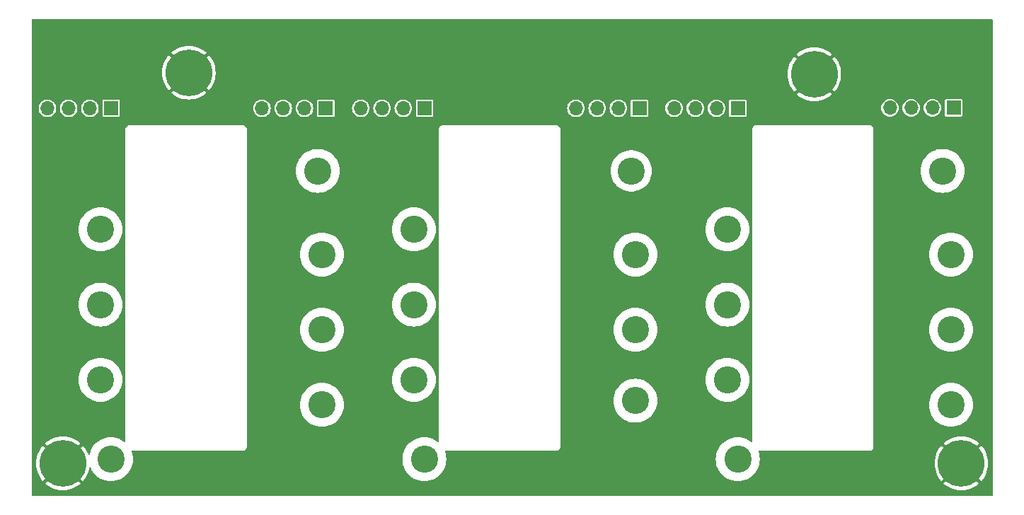
<source format=gbr>
%TF.GenerationSoftware,KiCad,Pcbnew,8.0.5*%
%TF.CreationDate,2025-04-10T18:40:21-04:00*%
%TF.ProjectId,LowerPOGO,4c6f7765-7250-44f4-974f-2e6b69636164,v4*%
%TF.SameCoordinates,Original*%
%TF.FileFunction,Copper,L2,Bot*%
%TF.FilePolarity,Positive*%
%FSLAX46Y46*%
G04 Gerber Fmt 4.6, Leading zero omitted, Abs format (unit mm)*
G04 Created by KiCad (PCBNEW 8.0.5) date 2025-04-10 18:40:21*
%MOMM*%
%LPD*%
G01*
G04 APERTURE LIST*
%TA.AperFunction,ComponentPad*%
%ADD10C,3.250000*%
%TD*%
%TA.AperFunction,ComponentPad*%
%ADD11R,1.700000X1.700000*%
%TD*%
%TA.AperFunction,ComponentPad*%
%ADD12O,1.700000X1.700000*%
%TD*%
%TA.AperFunction,ComponentPad*%
%ADD13C,3.600000*%
%TD*%
%TA.AperFunction,ConnectorPad*%
%ADD14C,5.600000*%
%TD*%
G04 APERTURE END LIST*
D10*
%TO.P,J9,1,Pin_1*%
%TO.N,Net-(J27-Pin_1)*%
X135250000Y-126500000D03*
%TD*%
%TO.P,J7,1,Pin_1*%
%TO.N,Net-(J26-Pin_3)*%
X124250000Y-138500000D03*
%TD*%
D11*
%TO.P,J29,1,Pin_1*%
%TO.N,Net-(J17-Pin_1)*%
X174000000Y-112000000D03*
D12*
%TO.P,J29,2,Pin_2*%
%TO.N,Net-(J18-Pin_1)*%
X171460000Y-112000000D03*
%TO.P,J29,3,Pin_3*%
%TO.N,Net-(J19-Pin_1)*%
X168920000Y-112000000D03*
%TO.P,J29,4,Pin_4*%
%TO.N,Net-(J20-Pin_1)*%
X166380000Y-112000000D03*
%TD*%
D10*
%TO.P,J8,1,Pin_1*%
%TO.N,Net-(J26-Pin_4)*%
X124250000Y-147500000D03*
%TD*%
%TO.P,J20,1,Pin_1*%
%TO.N,Net-(J20-Pin_1)*%
X174000000Y-154000000D03*
%TD*%
D13*
%TO.P,H4,1,1*%
%TO.N,Earth*%
X200750000Y-154500000D03*
D14*
X200750000Y-154500000D03*
%TD*%
D10*
%TO.P,J23,1,Pin_1*%
%TO.N,Net-(J23-Pin_1)*%
X199500000Y-138500000D03*
%TD*%
D13*
%TO.P,H1,1,1*%
%TO.N,Earth*%
X108325000Y-107750000D03*
D14*
X108325000Y-107750000D03*
%TD*%
D13*
%TO.P,H2,1,1*%
%TO.N,Earth*%
X183150000Y-107925000D03*
D14*
X183150000Y-107925000D03*
%TD*%
D13*
%TO.P,H3,1,1*%
%TO.N,Earth*%
X93250000Y-154500000D03*
D14*
X93250000Y-154500000D03*
%TD*%
D10*
%TO.P,J11,1,Pin_1*%
%TO.N,Net-(J11-Pin_1)*%
X135250000Y-144500000D03*
%TD*%
%TO.P,J12,1,Pin_1*%
%TO.N,Net-(J12-Pin_1)*%
X136500000Y-154000000D03*
%TD*%
%TO.P,J1,1,Pin_1*%
%TO.N,Net-(J1-Pin_1)*%
X97750000Y-126500000D03*
%TD*%
%TO.P,J24,1,Pin_1*%
%TO.N,Net-(J24-Pin_1)*%
X199500000Y-147500000D03*
%TD*%
D11*
%TO.P,J26,1,Pin_1*%
%TO.N,Net-(J26-Pin_1)*%
X124700000Y-112000000D03*
D12*
%TO.P,J26,2,Pin_2*%
%TO.N,Net-(J26-Pin_2)*%
X122160000Y-112000000D03*
%TO.P,J26,3,Pin_3*%
%TO.N,Net-(J26-Pin_3)*%
X119620000Y-112000000D03*
%TO.P,J26,4,Pin_4*%
%TO.N,Net-(J26-Pin_4)*%
X117080000Y-112000000D03*
%TD*%
D10*
%TO.P,J17,1,Pin_1*%
%TO.N,Net-(J17-Pin_1)*%
X172750000Y-126500000D03*
%TD*%
D11*
%TO.P,J28,1,Pin_1*%
%TO.N,Net-(J13-Pin_1)*%
X162250000Y-112000000D03*
D12*
%TO.P,J28,2,Pin_2*%
%TO.N,Net-(J14-Pin_1)*%
X159710000Y-112000000D03*
%TO.P,J28,3,Pin_3*%
%TO.N,Net-(J15-Pin_1)*%
X157170000Y-112000000D03*
%TO.P,J28,4,Pin_4*%
%TO.N,Net-(J16-Pin_1)*%
X154630000Y-112000000D03*
%TD*%
D10*
%TO.P,J5,1,Pin_1*%
%TO.N,Net-(J26-Pin_1)*%
X123750000Y-119500000D03*
%TD*%
D11*
%TO.P,J25,1,Pin_1*%
%TO.N,Net-(J1-Pin_1)*%
X99025000Y-112000000D03*
D12*
%TO.P,J25,2,Pin_2*%
%TO.N,Net-(J2-Pin_1)*%
X96485000Y-112000000D03*
%TO.P,J25,3,Pin_3*%
%TO.N,Net-(J25-Pin_3)*%
X93945000Y-112000000D03*
%TO.P,J25,4,Pin_4*%
%TO.N,Net-(J25-Pin_4)*%
X91405000Y-112000000D03*
%TD*%
D10*
%TO.P,J18,1,Pin_1*%
%TO.N,Net-(J18-Pin_1)*%
X172750000Y-135500000D03*
%TD*%
%TO.P,J2,1,Pin_1*%
%TO.N,Net-(J2-Pin_1)*%
X97750000Y-135500000D03*
%TD*%
%TO.P,J3,1,Pin_1*%
%TO.N,Net-(J25-Pin_3)*%
X97750000Y-144500000D03*
%TD*%
%TO.P,J6,1,Pin_1*%
%TO.N,Net-(J26-Pin_2)*%
X124250000Y-129500000D03*
%TD*%
%TO.P,J14,1,Pin_1*%
%TO.N,Net-(J14-Pin_1)*%
X161750000Y-129500000D03*
%TD*%
%TO.P,J4,1,Pin_1*%
%TO.N,Net-(J25-Pin_4)*%
X99000000Y-154000000D03*
%TD*%
%TO.P,J21,1,Pin_1*%
%TO.N,Net-(J21-Pin_1)*%
X198500000Y-119500000D03*
%TD*%
%TO.P,J22,1,Pin_1*%
%TO.N,Net-(J22-Pin_1)*%
X199500000Y-129500000D03*
%TD*%
%TO.P,J10,1,Pin_1*%
%TO.N,Net-(J10-Pin_1)*%
X135250000Y-135500000D03*
%TD*%
%TO.P,J19,1,Pin_1*%
%TO.N,Net-(J19-Pin_1)*%
X172750000Y-144500000D03*
%TD*%
%TO.P,J13,1,Pin_1*%
%TO.N,Net-(J13-Pin_1)*%
X161250000Y-119500000D03*
%TD*%
D11*
%TO.P,J30,1,Pin_1*%
%TO.N,Net-(J21-Pin_1)*%
X199825000Y-111950000D03*
D12*
%TO.P,J30,2,Pin_2*%
%TO.N,Net-(J22-Pin_1)*%
X197285000Y-111950000D03*
%TO.P,J30,3,Pin_3*%
%TO.N,Net-(J23-Pin_1)*%
X194745000Y-111950000D03*
%TO.P,J30,4,Pin_4*%
%TO.N,Net-(J24-Pin_1)*%
X192205000Y-111950000D03*
%TD*%
D10*
%TO.P,J16,1,Pin_1*%
%TO.N,Net-(J16-Pin_1)*%
X161750000Y-147000000D03*
%TD*%
%TO.P,J15,1,Pin_1*%
%TO.N,Net-(J15-Pin_1)*%
X161750000Y-138500000D03*
%TD*%
D11*
%TO.P,J27,1,Pin_1*%
%TO.N,Net-(J27-Pin_1)*%
X136525000Y-112000000D03*
D12*
%TO.P,J27,2,Pin_2*%
%TO.N,Net-(J10-Pin_1)*%
X133985000Y-112000000D03*
%TO.P,J27,3,Pin_3*%
%TO.N,Net-(J11-Pin_1)*%
X131445000Y-112000000D03*
%TO.P,J27,4,Pin_4*%
%TO.N,Net-(J12-Pin_1)*%
X128905000Y-112000000D03*
%TD*%
%TA.AperFunction,Conductor*%
%TO.N,Earth*%
G36*
X204477826Y-101372174D02*
G01*
X204499500Y-101424500D01*
X204499500Y-158288594D01*
X204477826Y-158340920D01*
X204425500Y-158362594D01*
X89574500Y-158362594D01*
X89522174Y-158340920D01*
X89500500Y-158288594D01*
X89500500Y-154500000D01*
X90044958Y-154500000D01*
X90065111Y-154858853D01*
X90065113Y-154858865D01*
X90125313Y-155213184D01*
X90224815Y-155558560D01*
X90362352Y-155890607D01*
X90362363Y-155890628D01*
X90536206Y-156205173D01*
X90536210Y-156205180D01*
X90744199Y-156498313D01*
X90850213Y-156616942D01*
X91985502Y-155481652D01*
X92029588Y-155542330D01*
X92207670Y-155720412D01*
X92268346Y-155764495D01*
X91133055Y-156899786D01*
X91251681Y-157005796D01*
X91544819Y-157213789D01*
X91544826Y-157213793D01*
X91859371Y-157387636D01*
X91859392Y-157387647D01*
X92191439Y-157525184D01*
X92536816Y-157624686D01*
X92536814Y-157624686D01*
X92891134Y-157684886D01*
X92891146Y-157684888D01*
X93250000Y-157705041D01*
X93608853Y-157684888D01*
X93608865Y-157684886D01*
X93963184Y-157624686D01*
X94308560Y-157525184D01*
X94640607Y-157387647D01*
X94640628Y-157387636D01*
X94955173Y-157213793D01*
X94955180Y-157213789D01*
X95248318Y-157005796D01*
X95366942Y-156899786D01*
X95366943Y-156899786D01*
X94231653Y-155764496D01*
X94292330Y-155720412D01*
X94470412Y-155542330D01*
X94514496Y-155481653D01*
X95649786Y-156616943D01*
X95649786Y-156616942D01*
X95755796Y-156498318D01*
X95963789Y-156205180D01*
X95963793Y-156205173D01*
X96137636Y-155890628D01*
X96137647Y-155890607D01*
X96275184Y-155558560D01*
X96374684Y-155213192D01*
X96414051Y-154981486D01*
X96444184Y-154933530D01*
X96499401Y-154920926D01*
X96547357Y-154951059D01*
X96554485Y-154963508D01*
X96670986Y-155222361D01*
X96835306Y-155494180D01*
X97031193Y-155744211D01*
X97255789Y-155968807D01*
X97505820Y-156164694D01*
X97777639Y-156329014D01*
X98067283Y-156459372D01*
X98370528Y-156553867D01*
X98682952Y-156611121D01*
X99000000Y-156630299D01*
X99317048Y-156611121D01*
X99629472Y-156553867D01*
X99932717Y-156459372D01*
X100222361Y-156329014D01*
X100494180Y-156164694D01*
X100744211Y-155968807D01*
X100968807Y-155744211D01*
X101164694Y-155494180D01*
X101329014Y-155222361D01*
X101459372Y-154932717D01*
X101553867Y-154629472D01*
X101611121Y-154317048D01*
X101630299Y-154000000D01*
X133869701Y-154000000D01*
X133888878Y-154317046D01*
X133946134Y-154629477D01*
X134040625Y-154932710D01*
X134166855Y-155213184D01*
X134170986Y-155222361D01*
X134335306Y-155494180D01*
X134531193Y-155744211D01*
X134755789Y-155968807D01*
X135005820Y-156164694D01*
X135277639Y-156329014D01*
X135567283Y-156459372D01*
X135870528Y-156553867D01*
X136182952Y-156611121D01*
X136500000Y-156630299D01*
X136817048Y-156611121D01*
X137129472Y-156553867D01*
X137432717Y-156459372D01*
X137722361Y-156329014D01*
X137994180Y-156164694D01*
X138244211Y-155968807D01*
X138468807Y-155744211D01*
X138664694Y-155494180D01*
X138829014Y-155222361D01*
X138959372Y-154932717D01*
X139053867Y-154629472D01*
X139111121Y-154317048D01*
X139130299Y-154000000D01*
X171369701Y-154000000D01*
X171388878Y-154317046D01*
X171446134Y-154629477D01*
X171540625Y-154932710D01*
X171666855Y-155213184D01*
X171670986Y-155222361D01*
X171835306Y-155494180D01*
X172031193Y-155744211D01*
X172255789Y-155968807D01*
X172505820Y-156164694D01*
X172777639Y-156329014D01*
X173067283Y-156459372D01*
X173370528Y-156553867D01*
X173682952Y-156611121D01*
X174000000Y-156630299D01*
X174317048Y-156611121D01*
X174629472Y-156553867D01*
X174932717Y-156459372D01*
X175222361Y-156329014D01*
X175494180Y-156164694D01*
X175744211Y-155968807D01*
X175968807Y-155744211D01*
X176164694Y-155494180D01*
X176329014Y-155222361D01*
X176459372Y-154932717D01*
X176553867Y-154629472D01*
X176577594Y-154500000D01*
X197544958Y-154500000D01*
X197565111Y-154858853D01*
X197565113Y-154858865D01*
X197625313Y-155213184D01*
X197724815Y-155558560D01*
X197862352Y-155890607D01*
X197862363Y-155890628D01*
X198036206Y-156205173D01*
X198036210Y-156205180D01*
X198244199Y-156498313D01*
X198350213Y-156616942D01*
X199485502Y-155481652D01*
X199529588Y-155542330D01*
X199707670Y-155720412D01*
X199768346Y-155764495D01*
X198633055Y-156899786D01*
X198751681Y-157005796D01*
X199044819Y-157213789D01*
X199044826Y-157213793D01*
X199359371Y-157387636D01*
X199359392Y-157387647D01*
X199691439Y-157525184D01*
X200036816Y-157624686D01*
X200036814Y-157624686D01*
X200391134Y-157684886D01*
X200391146Y-157684888D01*
X200750000Y-157705041D01*
X201108853Y-157684888D01*
X201108865Y-157684886D01*
X201463184Y-157624686D01*
X201808560Y-157525184D01*
X202140607Y-157387647D01*
X202140628Y-157387636D01*
X202455173Y-157213793D01*
X202455180Y-157213789D01*
X202748318Y-157005796D01*
X202866942Y-156899786D01*
X202866943Y-156899786D01*
X201731653Y-155764496D01*
X201792330Y-155720412D01*
X201970412Y-155542330D01*
X202014496Y-155481653D01*
X203149786Y-156616943D01*
X203149786Y-156616942D01*
X203255796Y-156498318D01*
X203463789Y-156205180D01*
X203463793Y-156205173D01*
X203637636Y-155890628D01*
X203637647Y-155890607D01*
X203775184Y-155558560D01*
X203874686Y-155213184D01*
X203934886Y-154858865D01*
X203934888Y-154858853D01*
X203955041Y-154500000D01*
X203934888Y-154141146D01*
X203934886Y-154141134D01*
X203874686Y-153786815D01*
X203775184Y-153441439D01*
X203637647Y-153109392D01*
X203637636Y-153109371D01*
X203463793Y-152794826D01*
X203463789Y-152794819D01*
X203255796Y-152501681D01*
X203149786Y-152383056D01*
X203149786Y-152383055D01*
X202014495Y-153518345D01*
X201970412Y-153457670D01*
X201792330Y-153279588D01*
X201731652Y-153235502D01*
X202866942Y-152100213D01*
X202748313Y-151994199D01*
X202455180Y-151786210D01*
X202455173Y-151786206D01*
X202140628Y-151612363D01*
X202140607Y-151612352D01*
X201808560Y-151474815D01*
X201463183Y-151375313D01*
X201463185Y-151375313D01*
X201108865Y-151315113D01*
X201108853Y-151315111D01*
X200750000Y-151294958D01*
X200391146Y-151315111D01*
X200391134Y-151315113D01*
X200036815Y-151375313D01*
X199691439Y-151474815D01*
X199359392Y-151612352D01*
X199359371Y-151612363D01*
X199044826Y-151786206D01*
X199044819Y-151786210D01*
X198751686Y-151994199D01*
X198633055Y-152100212D01*
X199768346Y-153235503D01*
X199707670Y-153279588D01*
X199529588Y-153457670D01*
X199485503Y-153518346D01*
X198350212Y-152383055D01*
X198244199Y-152501686D01*
X198036210Y-152794819D01*
X198036206Y-152794826D01*
X197862363Y-153109371D01*
X197862352Y-153109392D01*
X197724815Y-153441439D01*
X197625313Y-153786815D01*
X197565113Y-154141134D01*
X197565111Y-154141146D01*
X197544958Y-154500000D01*
X176577594Y-154500000D01*
X176611121Y-154317048D01*
X176630299Y-154000000D01*
X176611121Y-153682952D01*
X176553867Y-153370528D01*
X176468481Y-153096514D01*
X176473606Y-153040111D01*
X176517115Y-153003851D01*
X176539130Y-153000500D01*
X189815894Y-153000500D01*
X189815894Y-153000499D01*
X189943186Y-152966392D01*
X190057314Y-152900500D01*
X190150500Y-152807314D01*
X190216392Y-152693186D01*
X190250499Y-152565894D01*
X190250500Y-152565894D01*
X190250500Y-147500000D01*
X196869701Y-147500000D01*
X196888878Y-147817046D01*
X196946134Y-148129477D01*
X197040625Y-148432710D01*
X197040627Y-148432715D01*
X197040628Y-148432717D01*
X197170986Y-148722361D01*
X197335306Y-148994180D01*
X197531193Y-149244211D01*
X197755789Y-149468807D01*
X198005820Y-149664694D01*
X198277639Y-149829014D01*
X198567283Y-149959372D01*
X198870528Y-150053867D01*
X199182952Y-150111121D01*
X199500000Y-150130299D01*
X199817048Y-150111121D01*
X200129472Y-150053867D01*
X200432717Y-149959372D01*
X200722361Y-149829014D01*
X200994180Y-149664694D01*
X201244211Y-149468807D01*
X201468807Y-149244211D01*
X201664694Y-148994180D01*
X201829014Y-148722361D01*
X201959372Y-148432717D01*
X202053867Y-148129472D01*
X202111121Y-147817048D01*
X202130299Y-147500000D01*
X202111121Y-147182952D01*
X202053867Y-146870528D01*
X201959372Y-146567283D01*
X201829014Y-146277639D01*
X201664694Y-146005820D01*
X201468807Y-145755789D01*
X201244211Y-145531193D01*
X200994180Y-145335306D01*
X200722361Y-145170986D01*
X200722357Y-145170984D01*
X200722355Y-145170983D01*
X200432710Y-145040625D01*
X200129477Y-144946134D01*
X199817046Y-144888878D01*
X199500000Y-144869701D01*
X199182953Y-144888878D01*
X198870522Y-144946134D01*
X198567289Y-145040625D01*
X198277644Y-145170983D01*
X198277635Y-145170988D01*
X198005819Y-145335306D01*
X197755788Y-145531193D01*
X197531193Y-145755788D01*
X197335306Y-146005819D01*
X197170988Y-146277635D01*
X197170983Y-146277644D01*
X197040625Y-146567289D01*
X196946134Y-146870522D01*
X196888878Y-147182953D01*
X196869701Y-147500000D01*
X190250500Y-147500000D01*
X190250500Y-138500000D01*
X196869701Y-138500000D01*
X196888878Y-138817046D01*
X196946134Y-139129477D01*
X197040625Y-139432710D01*
X197040627Y-139432715D01*
X197040628Y-139432717D01*
X197170986Y-139722361D01*
X197335306Y-139994180D01*
X197531193Y-140244211D01*
X197755789Y-140468807D01*
X198005820Y-140664694D01*
X198277639Y-140829014D01*
X198567283Y-140959372D01*
X198870528Y-141053867D01*
X199182952Y-141111121D01*
X199500000Y-141130299D01*
X199817048Y-141111121D01*
X200129472Y-141053867D01*
X200432717Y-140959372D01*
X200722361Y-140829014D01*
X200994180Y-140664694D01*
X201244211Y-140468807D01*
X201468807Y-140244211D01*
X201664694Y-139994180D01*
X201829014Y-139722361D01*
X201959372Y-139432717D01*
X202053867Y-139129472D01*
X202111121Y-138817048D01*
X202130299Y-138500000D01*
X202111121Y-138182952D01*
X202053867Y-137870528D01*
X201959372Y-137567283D01*
X201829014Y-137277639D01*
X201664694Y-137005820D01*
X201468807Y-136755789D01*
X201244211Y-136531193D01*
X200994180Y-136335306D01*
X200722361Y-136170986D01*
X200722357Y-136170984D01*
X200722355Y-136170983D01*
X200432710Y-136040625D01*
X200129477Y-135946134D01*
X199817046Y-135888878D01*
X199500000Y-135869701D01*
X199182953Y-135888878D01*
X198870522Y-135946134D01*
X198567289Y-136040625D01*
X198277644Y-136170983D01*
X198277635Y-136170988D01*
X198005819Y-136335306D01*
X197755788Y-136531193D01*
X197531193Y-136755788D01*
X197335306Y-137005819D01*
X197170988Y-137277635D01*
X197170983Y-137277644D01*
X197040625Y-137567289D01*
X196946134Y-137870522D01*
X196888878Y-138182953D01*
X196869701Y-138500000D01*
X190250500Y-138500000D01*
X190250500Y-129500000D01*
X196869701Y-129500000D01*
X196888878Y-129817046D01*
X196946134Y-130129477D01*
X197040625Y-130432710D01*
X197040627Y-130432715D01*
X197040628Y-130432717D01*
X197170986Y-130722361D01*
X197335306Y-130994180D01*
X197531193Y-131244211D01*
X197755789Y-131468807D01*
X198005820Y-131664694D01*
X198277639Y-131829014D01*
X198567283Y-131959372D01*
X198870528Y-132053867D01*
X199182952Y-132111121D01*
X199500000Y-132130299D01*
X199817048Y-132111121D01*
X200129472Y-132053867D01*
X200432717Y-131959372D01*
X200722361Y-131829014D01*
X200994180Y-131664694D01*
X201244211Y-131468807D01*
X201468807Y-131244211D01*
X201664694Y-130994180D01*
X201829014Y-130722361D01*
X201959372Y-130432717D01*
X202053867Y-130129472D01*
X202111121Y-129817048D01*
X202130299Y-129500000D01*
X202111121Y-129182952D01*
X202053867Y-128870528D01*
X201959372Y-128567283D01*
X201829014Y-128277639D01*
X201664694Y-128005820D01*
X201468807Y-127755789D01*
X201244211Y-127531193D01*
X200994180Y-127335306D01*
X200722361Y-127170986D01*
X200722357Y-127170984D01*
X200722355Y-127170983D01*
X200432710Y-127040625D01*
X200129477Y-126946134D01*
X199817046Y-126888878D01*
X199500000Y-126869701D01*
X199182953Y-126888878D01*
X198870522Y-126946134D01*
X198567289Y-127040625D01*
X198277644Y-127170983D01*
X198277635Y-127170988D01*
X198005819Y-127335306D01*
X197755788Y-127531193D01*
X197531193Y-127755788D01*
X197335306Y-128005819D01*
X197170988Y-128277635D01*
X197170983Y-128277644D01*
X197040625Y-128567289D01*
X196946134Y-128870522D01*
X196888878Y-129182953D01*
X196869701Y-129500000D01*
X190250500Y-129500000D01*
X190250500Y-119500000D01*
X195869701Y-119500000D01*
X195888878Y-119817046D01*
X195946134Y-120129477D01*
X196040625Y-120432710D01*
X196040627Y-120432715D01*
X196040628Y-120432717D01*
X196170986Y-120722361D01*
X196335306Y-120994180D01*
X196531193Y-121244211D01*
X196755789Y-121468807D01*
X197005820Y-121664694D01*
X197277639Y-121829014D01*
X197567283Y-121959372D01*
X197870528Y-122053867D01*
X198182952Y-122111121D01*
X198500000Y-122130299D01*
X198817048Y-122111121D01*
X199129472Y-122053867D01*
X199432717Y-121959372D01*
X199722361Y-121829014D01*
X199994180Y-121664694D01*
X200244211Y-121468807D01*
X200468807Y-121244211D01*
X200664694Y-120994180D01*
X200829014Y-120722361D01*
X200959372Y-120432717D01*
X201053867Y-120129472D01*
X201111121Y-119817048D01*
X201130299Y-119500000D01*
X201111121Y-119182952D01*
X201053867Y-118870528D01*
X201006619Y-118718905D01*
X200959374Y-118567289D01*
X200959373Y-118567288D01*
X200959372Y-118567283D01*
X200829014Y-118277639D01*
X200664694Y-118005820D01*
X200468807Y-117755789D01*
X200244211Y-117531193D01*
X199994180Y-117335306D01*
X199722361Y-117170986D01*
X199722357Y-117170984D01*
X199722355Y-117170983D01*
X199529527Y-117084199D01*
X199432717Y-117040628D01*
X199432715Y-117040627D01*
X199432710Y-117040625D01*
X199129477Y-116946134D01*
X198817046Y-116888878D01*
X198500000Y-116869701D01*
X198182953Y-116888878D01*
X197870522Y-116946134D01*
X197567289Y-117040625D01*
X197277644Y-117170983D01*
X197277635Y-117170988D01*
X197005819Y-117335306D01*
X196755788Y-117531193D01*
X196531193Y-117755788D01*
X196335306Y-118005819D01*
X196170988Y-118277635D01*
X196170983Y-118277644D01*
X196040625Y-118567289D01*
X195946134Y-118870522D01*
X195888878Y-119182953D01*
X195869701Y-119500000D01*
X190250500Y-119500000D01*
X190250500Y-114434106D01*
X190250499Y-114434105D01*
X190216393Y-114306818D01*
X190216392Y-114306814D01*
X190150500Y-114192686D01*
X190057314Y-114099500D01*
X189943190Y-114033610D01*
X189943181Y-114033606D01*
X189815894Y-113999500D01*
X189815892Y-113999500D01*
X176315892Y-113999500D01*
X176184108Y-113999500D01*
X176184106Y-113999500D01*
X176056818Y-114033606D01*
X176056809Y-114033610D01*
X175942685Y-114099500D01*
X175849500Y-114192685D01*
X175783610Y-114306809D01*
X175783606Y-114306818D01*
X175749500Y-114434105D01*
X175749500Y-151883354D01*
X175727826Y-151935680D01*
X175675500Y-151957354D01*
X175629863Y-151941606D01*
X175494180Y-151835306D01*
X175412965Y-151786210D01*
X175222361Y-151670986D01*
X175222357Y-151670984D01*
X175222355Y-151670983D01*
X174932710Y-151540625D01*
X174629477Y-151446134D01*
X174317046Y-151388878D01*
X174000000Y-151369701D01*
X173682953Y-151388878D01*
X173370522Y-151446134D01*
X173067289Y-151540625D01*
X172777644Y-151670983D01*
X172777635Y-151670988D01*
X172505819Y-151835306D01*
X172255788Y-152031193D01*
X172031193Y-152255788D01*
X171835306Y-152505819D01*
X171670988Y-152777635D01*
X171670983Y-152777644D01*
X171540625Y-153067289D01*
X171446134Y-153370522D01*
X171388878Y-153682953D01*
X171369701Y-154000000D01*
X139130299Y-154000000D01*
X139111121Y-153682952D01*
X139053867Y-153370528D01*
X138968481Y-153096514D01*
X138973606Y-153040111D01*
X139017115Y-153003851D01*
X139039130Y-153000500D01*
X152315894Y-153000500D01*
X152315894Y-153000499D01*
X152443186Y-152966392D01*
X152557314Y-152900500D01*
X152650500Y-152807314D01*
X152716392Y-152693186D01*
X152750499Y-152565894D01*
X152750500Y-152565894D01*
X152750500Y-147000000D01*
X159119701Y-147000000D01*
X159138878Y-147317046D01*
X159196134Y-147629477D01*
X159290625Y-147932710D01*
X159290627Y-147932715D01*
X159290628Y-147932717D01*
X159420986Y-148222361D01*
X159585306Y-148494180D01*
X159781193Y-148744211D01*
X160005789Y-148968807D01*
X160255820Y-149164694D01*
X160527639Y-149329014D01*
X160817283Y-149459372D01*
X160817288Y-149459373D01*
X160817289Y-149459374D01*
X160847561Y-149468807D01*
X161120528Y-149553867D01*
X161432952Y-149611121D01*
X161750000Y-149630299D01*
X162067048Y-149611121D01*
X162379472Y-149553867D01*
X162682717Y-149459372D01*
X162972361Y-149329014D01*
X163244180Y-149164694D01*
X163494211Y-148968807D01*
X163718807Y-148744211D01*
X163914694Y-148494180D01*
X164079014Y-148222361D01*
X164209372Y-147932717D01*
X164303867Y-147629472D01*
X164361121Y-147317048D01*
X164380299Y-147000000D01*
X164361121Y-146682952D01*
X164303867Y-146370528D01*
X164209372Y-146067283D01*
X164079014Y-145777639D01*
X163914694Y-145505820D01*
X163718807Y-145255789D01*
X163494211Y-145031193D01*
X163244180Y-144835306D01*
X162972361Y-144670986D01*
X162972357Y-144670984D01*
X162972355Y-144670983D01*
X162682710Y-144540625D01*
X162552339Y-144500000D01*
X170119701Y-144500000D01*
X170138878Y-144817046D01*
X170196134Y-145129477D01*
X170290625Y-145432710D01*
X170290627Y-145432715D01*
X170290628Y-145432717D01*
X170420986Y-145722361D01*
X170585306Y-145994180D01*
X170781193Y-146244211D01*
X171005789Y-146468807D01*
X171255820Y-146664694D01*
X171527639Y-146829014D01*
X171817283Y-146959372D01*
X172120528Y-147053867D01*
X172432952Y-147111121D01*
X172750000Y-147130299D01*
X173067048Y-147111121D01*
X173379472Y-147053867D01*
X173682717Y-146959372D01*
X173972361Y-146829014D01*
X174244180Y-146664694D01*
X174494211Y-146468807D01*
X174718807Y-146244211D01*
X174914694Y-145994180D01*
X175079014Y-145722361D01*
X175209372Y-145432717D01*
X175303867Y-145129472D01*
X175361121Y-144817048D01*
X175380299Y-144500000D01*
X175361121Y-144182952D01*
X175303867Y-143870528D01*
X175209372Y-143567283D01*
X175079014Y-143277639D01*
X174914694Y-143005820D01*
X174718807Y-142755789D01*
X174494211Y-142531193D01*
X174244180Y-142335306D01*
X173972361Y-142170986D01*
X173972357Y-142170984D01*
X173972355Y-142170983D01*
X173682710Y-142040625D01*
X173379477Y-141946134D01*
X173067046Y-141888878D01*
X172750000Y-141869701D01*
X172432953Y-141888878D01*
X172120522Y-141946134D01*
X171817289Y-142040625D01*
X171527644Y-142170983D01*
X171527635Y-142170988D01*
X171255819Y-142335306D01*
X171005788Y-142531193D01*
X170781193Y-142755788D01*
X170585306Y-143005819D01*
X170420988Y-143277635D01*
X170420983Y-143277644D01*
X170290625Y-143567289D01*
X170196134Y-143870522D01*
X170138878Y-144182953D01*
X170119701Y-144500000D01*
X162552339Y-144500000D01*
X162379477Y-144446134D01*
X162067046Y-144388878D01*
X161750000Y-144369701D01*
X161432953Y-144388878D01*
X161120522Y-144446134D01*
X160817289Y-144540625D01*
X160527644Y-144670983D01*
X160527635Y-144670988D01*
X160255819Y-144835306D01*
X160005788Y-145031193D01*
X159781193Y-145255788D01*
X159585306Y-145505819D01*
X159420988Y-145777635D01*
X159420983Y-145777644D01*
X159290625Y-146067289D01*
X159196134Y-146370522D01*
X159138878Y-146682953D01*
X159119701Y-147000000D01*
X152750500Y-147000000D01*
X152750500Y-138500000D01*
X159119701Y-138500000D01*
X159138878Y-138817046D01*
X159196134Y-139129477D01*
X159290625Y-139432710D01*
X159290627Y-139432715D01*
X159290628Y-139432717D01*
X159420986Y-139722361D01*
X159585306Y-139994180D01*
X159781193Y-140244211D01*
X160005789Y-140468807D01*
X160255820Y-140664694D01*
X160527639Y-140829014D01*
X160817283Y-140959372D01*
X161120528Y-141053867D01*
X161432952Y-141111121D01*
X161750000Y-141130299D01*
X162067048Y-141111121D01*
X162379472Y-141053867D01*
X162682717Y-140959372D01*
X162972361Y-140829014D01*
X163244180Y-140664694D01*
X163494211Y-140468807D01*
X163718807Y-140244211D01*
X163914694Y-139994180D01*
X164079014Y-139722361D01*
X164209372Y-139432717D01*
X164303867Y-139129472D01*
X164361121Y-138817048D01*
X164380299Y-138500000D01*
X164361121Y-138182952D01*
X164303867Y-137870528D01*
X164209372Y-137567283D01*
X164079014Y-137277639D01*
X163914694Y-137005820D01*
X163718807Y-136755789D01*
X163494211Y-136531193D01*
X163244180Y-136335306D01*
X162972361Y-136170986D01*
X162972357Y-136170984D01*
X162972355Y-136170983D01*
X162682710Y-136040625D01*
X162379477Y-135946134D01*
X162067046Y-135888878D01*
X161750000Y-135869701D01*
X161432953Y-135888878D01*
X161120522Y-135946134D01*
X160817289Y-136040625D01*
X160527644Y-136170983D01*
X160527635Y-136170988D01*
X160255819Y-136335306D01*
X160005788Y-136531193D01*
X159781193Y-136755788D01*
X159585306Y-137005819D01*
X159420988Y-137277635D01*
X159420983Y-137277644D01*
X159290625Y-137567289D01*
X159196134Y-137870522D01*
X159138878Y-138182953D01*
X159119701Y-138500000D01*
X152750500Y-138500000D01*
X152750500Y-135500000D01*
X170119701Y-135500000D01*
X170138878Y-135817046D01*
X170196134Y-136129477D01*
X170290625Y-136432710D01*
X170290627Y-136432715D01*
X170290628Y-136432717D01*
X170420986Y-136722361D01*
X170585306Y-136994180D01*
X170781193Y-137244211D01*
X171005789Y-137468807D01*
X171255820Y-137664694D01*
X171527639Y-137829014D01*
X171817283Y-137959372D01*
X172120528Y-138053867D01*
X172432952Y-138111121D01*
X172750000Y-138130299D01*
X173067048Y-138111121D01*
X173379472Y-138053867D01*
X173682717Y-137959372D01*
X173972361Y-137829014D01*
X174244180Y-137664694D01*
X174494211Y-137468807D01*
X174718807Y-137244211D01*
X174914694Y-136994180D01*
X175079014Y-136722361D01*
X175209372Y-136432717D01*
X175303867Y-136129472D01*
X175361121Y-135817048D01*
X175380299Y-135500000D01*
X175361121Y-135182952D01*
X175303867Y-134870528D01*
X175209372Y-134567283D01*
X175079014Y-134277639D01*
X174914694Y-134005820D01*
X174718807Y-133755789D01*
X174494211Y-133531193D01*
X174244180Y-133335306D01*
X173972361Y-133170986D01*
X173972357Y-133170984D01*
X173972355Y-133170983D01*
X173682710Y-133040625D01*
X173379477Y-132946134D01*
X173067046Y-132888878D01*
X172750000Y-132869701D01*
X172432953Y-132888878D01*
X172120522Y-132946134D01*
X171817289Y-133040625D01*
X171527644Y-133170983D01*
X171527635Y-133170988D01*
X171255819Y-133335306D01*
X171005788Y-133531193D01*
X170781193Y-133755788D01*
X170585306Y-134005819D01*
X170420988Y-134277635D01*
X170420983Y-134277644D01*
X170290625Y-134567289D01*
X170196134Y-134870522D01*
X170138878Y-135182953D01*
X170119701Y-135500000D01*
X152750500Y-135500000D01*
X152750500Y-129500000D01*
X159119701Y-129500000D01*
X159138878Y-129817046D01*
X159196134Y-130129477D01*
X159290625Y-130432710D01*
X159290627Y-130432715D01*
X159290628Y-130432717D01*
X159420986Y-130722361D01*
X159585306Y-130994180D01*
X159781193Y-131244211D01*
X160005789Y-131468807D01*
X160255820Y-131664694D01*
X160527639Y-131829014D01*
X160817283Y-131959372D01*
X161120528Y-132053867D01*
X161432952Y-132111121D01*
X161750000Y-132130299D01*
X162067048Y-132111121D01*
X162379472Y-132053867D01*
X162682717Y-131959372D01*
X162972361Y-131829014D01*
X163244180Y-131664694D01*
X163494211Y-131468807D01*
X163718807Y-131244211D01*
X163914694Y-130994180D01*
X164079014Y-130722361D01*
X164209372Y-130432717D01*
X164303867Y-130129472D01*
X164361121Y-129817048D01*
X164380299Y-129500000D01*
X164361121Y-129182952D01*
X164303867Y-128870528D01*
X164209372Y-128567283D01*
X164079014Y-128277639D01*
X163914694Y-128005820D01*
X163718807Y-127755789D01*
X163494211Y-127531193D01*
X163244180Y-127335306D01*
X162972361Y-127170986D01*
X162972357Y-127170984D01*
X162972355Y-127170983D01*
X162682710Y-127040625D01*
X162379477Y-126946134D01*
X162067046Y-126888878D01*
X161750000Y-126869701D01*
X161432953Y-126888878D01*
X161120522Y-126946134D01*
X160817289Y-127040625D01*
X160527644Y-127170983D01*
X160527635Y-127170988D01*
X160255819Y-127335306D01*
X160005788Y-127531193D01*
X159781193Y-127755788D01*
X159585306Y-128005819D01*
X159420988Y-128277635D01*
X159420983Y-128277644D01*
X159290625Y-128567289D01*
X159196134Y-128870522D01*
X159138878Y-129182953D01*
X159119701Y-129500000D01*
X152750500Y-129500000D01*
X152750500Y-126500000D01*
X170119701Y-126500000D01*
X170138878Y-126817046D01*
X170196134Y-127129477D01*
X170290625Y-127432710D01*
X170290627Y-127432715D01*
X170290628Y-127432717D01*
X170420986Y-127722361D01*
X170585306Y-127994180D01*
X170781193Y-128244211D01*
X171005789Y-128468807D01*
X171255820Y-128664694D01*
X171527639Y-128829014D01*
X171817283Y-128959372D01*
X172120528Y-129053867D01*
X172432952Y-129111121D01*
X172750000Y-129130299D01*
X173067048Y-129111121D01*
X173379472Y-129053867D01*
X173682717Y-128959372D01*
X173972361Y-128829014D01*
X174244180Y-128664694D01*
X174494211Y-128468807D01*
X174718807Y-128244211D01*
X174914694Y-127994180D01*
X175079014Y-127722361D01*
X175209372Y-127432717D01*
X175303867Y-127129472D01*
X175361121Y-126817048D01*
X175380299Y-126500000D01*
X175361121Y-126182952D01*
X175303867Y-125870528D01*
X175209372Y-125567283D01*
X175079014Y-125277639D01*
X174914694Y-125005820D01*
X174718807Y-124755789D01*
X174494211Y-124531193D01*
X174244180Y-124335306D01*
X173972361Y-124170986D01*
X173972357Y-124170984D01*
X173972355Y-124170983D01*
X173682710Y-124040625D01*
X173379477Y-123946134D01*
X173067046Y-123888878D01*
X172750000Y-123869701D01*
X172432953Y-123888878D01*
X172120522Y-123946134D01*
X171817289Y-124040625D01*
X171527644Y-124170983D01*
X171527635Y-124170988D01*
X171255819Y-124335306D01*
X171005788Y-124531193D01*
X170781193Y-124755788D01*
X170585306Y-125005819D01*
X170420988Y-125277635D01*
X170420983Y-125277644D01*
X170290625Y-125567289D01*
X170196134Y-125870522D01*
X170138878Y-126182953D01*
X170119701Y-126500000D01*
X152750500Y-126500000D01*
X152750500Y-119500000D01*
X158779625Y-119500000D01*
X158799104Y-119809611D01*
X158799107Y-119809633D01*
X158857233Y-120114347D01*
X158857236Y-120114359D01*
X158953099Y-120409397D01*
X158953101Y-120409403D01*
X159085194Y-120690113D01*
X159251416Y-120952036D01*
X159251425Y-120952050D01*
X159286278Y-120994180D01*
X159449172Y-121191086D01*
X159449176Y-121191091D01*
X159663672Y-121392515D01*
X159675324Y-121403457D01*
X159926307Y-121585807D01*
X160198165Y-121735262D01*
X160280578Y-121767891D01*
X160486597Y-121849461D01*
X160486609Y-121849464D01*
X160486612Y-121849466D01*
X160486615Y-121849466D01*
X160486619Y-121849468D01*
X160627466Y-121885631D01*
X160787098Y-121926618D01*
X161094884Y-121965500D01*
X161094888Y-121965500D01*
X161405112Y-121965500D01*
X161405116Y-121965500D01*
X161712902Y-121926618D01*
X162013388Y-121849466D01*
X162013395Y-121849463D01*
X162013402Y-121849461D01*
X162132544Y-121802288D01*
X162301835Y-121735262D01*
X162573693Y-121585807D01*
X162824676Y-121403457D01*
X163050826Y-121191088D01*
X163248575Y-120952050D01*
X163414806Y-120690112D01*
X163546897Y-120409406D01*
X163642764Y-120114357D01*
X163700895Y-119809620D01*
X163720375Y-119500000D01*
X163700895Y-119190380D01*
X163642764Y-118885643D01*
X163546897Y-118590594D01*
X163414806Y-118309888D01*
X163394343Y-118277644D01*
X163248583Y-118047963D01*
X163248575Y-118047950D01*
X163050826Y-117808912D01*
X163050823Y-117808908D01*
X162824676Y-117596543D01*
X162824674Y-117596541D01*
X162573698Y-117414196D01*
X162301835Y-117264738D01*
X162301828Y-117264735D01*
X162013402Y-117150538D01*
X162013380Y-117150531D01*
X161712904Y-117073382D01*
X161610306Y-117060421D01*
X161405116Y-117034500D01*
X161094884Y-117034500D01*
X160919006Y-117056718D01*
X160787095Y-117073382D01*
X160486619Y-117150531D01*
X160486597Y-117150538D01*
X160198171Y-117264735D01*
X160198164Y-117264738D01*
X159926301Y-117414196D01*
X159675325Y-117596541D01*
X159675323Y-117596543D01*
X159449176Y-117808908D01*
X159449172Y-117808913D01*
X159251428Y-118047946D01*
X159251416Y-118047963D01*
X159085194Y-118309886D01*
X158953101Y-118590596D01*
X158953099Y-118590602D01*
X158857236Y-118885640D01*
X158857233Y-118885652D01*
X158799107Y-119190366D01*
X158799104Y-119190388D01*
X158779625Y-119500000D01*
X152750500Y-119500000D01*
X152750500Y-114434106D01*
X152750499Y-114434105D01*
X152716393Y-114306818D01*
X152716392Y-114306814D01*
X152650500Y-114192686D01*
X152557314Y-114099500D01*
X152443190Y-114033610D01*
X152443181Y-114033606D01*
X152315894Y-113999500D01*
X152315892Y-113999500D01*
X138815892Y-113999500D01*
X138684108Y-113999500D01*
X138684106Y-113999500D01*
X138556818Y-114033606D01*
X138556809Y-114033610D01*
X138442685Y-114099500D01*
X138349500Y-114192685D01*
X138283610Y-114306809D01*
X138283606Y-114306818D01*
X138249500Y-114434105D01*
X138249500Y-151883354D01*
X138227826Y-151935680D01*
X138175500Y-151957354D01*
X138129863Y-151941606D01*
X137994180Y-151835306D01*
X137912965Y-151786210D01*
X137722361Y-151670986D01*
X137722357Y-151670984D01*
X137722355Y-151670983D01*
X137432710Y-151540625D01*
X137129477Y-151446134D01*
X136817046Y-151388878D01*
X136500000Y-151369701D01*
X136182953Y-151388878D01*
X135870522Y-151446134D01*
X135567289Y-151540625D01*
X135277644Y-151670983D01*
X135277635Y-151670988D01*
X135005819Y-151835306D01*
X134755788Y-152031193D01*
X134531193Y-152255788D01*
X134335306Y-152505819D01*
X134170988Y-152777635D01*
X134170983Y-152777644D01*
X134040625Y-153067289D01*
X133946134Y-153370522D01*
X133888878Y-153682953D01*
X133869701Y-154000000D01*
X101630299Y-154000000D01*
X101611121Y-153682952D01*
X101553867Y-153370528D01*
X101468481Y-153096514D01*
X101473606Y-153040111D01*
X101517115Y-153003851D01*
X101539130Y-153000500D01*
X114815894Y-153000500D01*
X114815894Y-153000499D01*
X114943186Y-152966392D01*
X115057314Y-152900500D01*
X115150500Y-152807314D01*
X115216392Y-152693186D01*
X115250499Y-152565894D01*
X115250500Y-152565894D01*
X115250500Y-147500000D01*
X121619701Y-147500000D01*
X121638878Y-147817046D01*
X121696134Y-148129477D01*
X121790625Y-148432710D01*
X121790627Y-148432715D01*
X121790628Y-148432717D01*
X121920986Y-148722361D01*
X122085306Y-148994180D01*
X122281193Y-149244211D01*
X122505789Y-149468807D01*
X122755820Y-149664694D01*
X123027639Y-149829014D01*
X123317283Y-149959372D01*
X123620528Y-150053867D01*
X123932952Y-150111121D01*
X124250000Y-150130299D01*
X124567048Y-150111121D01*
X124879472Y-150053867D01*
X125182717Y-149959372D01*
X125472361Y-149829014D01*
X125744180Y-149664694D01*
X125994211Y-149468807D01*
X126218807Y-149244211D01*
X126414694Y-148994180D01*
X126579014Y-148722361D01*
X126709372Y-148432717D01*
X126803867Y-148129472D01*
X126861121Y-147817048D01*
X126880299Y-147500000D01*
X126861121Y-147182952D01*
X126803867Y-146870528D01*
X126709372Y-146567283D01*
X126579014Y-146277639D01*
X126414694Y-146005820D01*
X126218807Y-145755789D01*
X125994211Y-145531193D01*
X125744180Y-145335306D01*
X125472361Y-145170986D01*
X125472357Y-145170984D01*
X125472355Y-145170983D01*
X125182710Y-145040625D01*
X124879477Y-144946134D01*
X124567046Y-144888878D01*
X124250000Y-144869701D01*
X123932953Y-144888878D01*
X123620522Y-144946134D01*
X123317289Y-145040625D01*
X123027644Y-145170983D01*
X123027635Y-145170988D01*
X122755819Y-145335306D01*
X122505788Y-145531193D01*
X122281193Y-145755788D01*
X122085306Y-146005819D01*
X121920988Y-146277635D01*
X121920983Y-146277644D01*
X121790625Y-146567289D01*
X121696134Y-146870522D01*
X121638878Y-147182953D01*
X121619701Y-147500000D01*
X115250500Y-147500000D01*
X115250500Y-144500000D01*
X132619701Y-144500000D01*
X132638878Y-144817046D01*
X132696134Y-145129477D01*
X132790625Y-145432710D01*
X132790627Y-145432715D01*
X132790628Y-145432717D01*
X132920986Y-145722361D01*
X133085306Y-145994180D01*
X133281193Y-146244211D01*
X133505789Y-146468807D01*
X133755820Y-146664694D01*
X134027639Y-146829014D01*
X134317283Y-146959372D01*
X134620528Y-147053867D01*
X134932952Y-147111121D01*
X135250000Y-147130299D01*
X135567048Y-147111121D01*
X135879472Y-147053867D01*
X136182717Y-146959372D01*
X136472361Y-146829014D01*
X136744180Y-146664694D01*
X136994211Y-146468807D01*
X137218807Y-146244211D01*
X137414694Y-145994180D01*
X137579014Y-145722361D01*
X137709372Y-145432717D01*
X137803867Y-145129472D01*
X137861121Y-144817048D01*
X137880299Y-144500000D01*
X137861121Y-144182952D01*
X137803867Y-143870528D01*
X137709372Y-143567283D01*
X137579014Y-143277639D01*
X137414694Y-143005820D01*
X137218807Y-142755789D01*
X136994211Y-142531193D01*
X136744180Y-142335306D01*
X136472361Y-142170986D01*
X136472357Y-142170984D01*
X136472355Y-142170983D01*
X136182710Y-142040625D01*
X135879477Y-141946134D01*
X135567046Y-141888878D01*
X135250000Y-141869701D01*
X134932953Y-141888878D01*
X134620522Y-141946134D01*
X134317289Y-142040625D01*
X134027644Y-142170983D01*
X134027635Y-142170988D01*
X133755819Y-142335306D01*
X133505788Y-142531193D01*
X133281193Y-142755788D01*
X133085306Y-143005819D01*
X132920988Y-143277635D01*
X132920983Y-143277644D01*
X132790625Y-143567289D01*
X132696134Y-143870522D01*
X132638878Y-144182953D01*
X132619701Y-144500000D01*
X115250500Y-144500000D01*
X115250500Y-138500000D01*
X121619701Y-138500000D01*
X121638878Y-138817046D01*
X121696134Y-139129477D01*
X121790625Y-139432710D01*
X121790627Y-139432715D01*
X121790628Y-139432717D01*
X121920986Y-139722361D01*
X122085306Y-139994180D01*
X122281193Y-140244211D01*
X122505789Y-140468807D01*
X122755820Y-140664694D01*
X123027639Y-140829014D01*
X123317283Y-140959372D01*
X123620528Y-141053867D01*
X123932952Y-141111121D01*
X124250000Y-141130299D01*
X124567048Y-141111121D01*
X124879472Y-141053867D01*
X125182717Y-140959372D01*
X125472361Y-140829014D01*
X125744180Y-140664694D01*
X125994211Y-140468807D01*
X126218807Y-140244211D01*
X126414694Y-139994180D01*
X126579014Y-139722361D01*
X126709372Y-139432717D01*
X126803867Y-139129472D01*
X126861121Y-138817048D01*
X126880299Y-138500000D01*
X126861121Y-138182952D01*
X126803867Y-137870528D01*
X126709372Y-137567283D01*
X126579014Y-137277639D01*
X126414694Y-137005820D01*
X126218807Y-136755789D01*
X125994211Y-136531193D01*
X125744180Y-136335306D01*
X125472361Y-136170986D01*
X125472357Y-136170984D01*
X125472355Y-136170983D01*
X125182710Y-136040625D01*
X124879477Y-135946134D01*
X124567046Y-135888878D01*
X124250000Y-135869701D01*
X123932953Y-135888878D01*
X123620522Y-135946134D01*
X123317289Y-136040625D01*
X123027644Y-136170983D01*
X123027635Y-136170988D01*
X122755819Y-136335306D01*
X122505788Y-136531193D01*
X122281193Y-136755788D01*
X122085306Y-137005819D01*
X121920988Y-137277635D01*
X121920983Y-137277644D01*
X121790625Y-137567289D01*
X121696134Y-137870522D01*
X121638878Y-138182953D01*
X121619701Y-138500000D01*
X115250500Y-138500000D01*
X115250500Y-135500000D01*
X132619701Y-135500000D01*
X132638878Y-135817046D01*
X132696134Y-136129477D01*
X132790625Y-136432710D01*
X132790627Y-136432715D01*
X132790628Y-136432717D01*
X132920986Y-136722361D01*
X133085306Y-136994180D01*
X133281193Y-137244211D01*
X133505789Y-137468807D01*
X133755820Y-137664694D01*
X134027639Y-137829014D01*
X134317283Y-137959372D01*
X134620528Y-138053867D01*
X134932952Y-138111121D01*
X135250000Y-138130299D01*
X135567048Y-138111121D01*
X135879472Y-138053867D01*
X136182717Y-137959372D01*
X136472361Y-137829014D01*
X136744180Y-137664694D01*
X136994211Y-137468807D01*
X137218807Y-137244211D01*
X137414694Y-136994180D01*
X137579014Y-136722361D01*
X137709372Y-136432717D01*
X137803867Y-136129472D01*
X137861121Y-135817048D01*
X137880299Y-135500000D01*
X137861121Y-135182952D01*
X137803867Y-134870528D01*
X137709372Y-134567283D01*
X137579014Y-134277639D01*
X137414694Y-134005820D01*
X137218807Y-133755789D01*
X136994211Y-133531193D01*
X136744180Y-133335306D01*
X136472361Y-133170986D01*
X136472357Y-133170984D01*
X136472355Y-133170983D01*
X136182710Y-133040625D01*
X135879477Y-132946134D01*
X135567046Y-132888878D01*
X135250000Y-132869701D01*
X134932953Y-132888878D01*
X134620522Y-132946134D01*
X134317289Y-133040625D01*
X134027644Y-133170983D01*
X134027635Y-133170988D01*
X133755819Y-133335306D01*
X133505788Y-133531193D01*
X133281193Y-133755788D01*
X133085306Y-134005819D01*
X132920988Y-134277635D01*
X132920983Y-134277644D01*
X132790625Y-134567289D01*
X132696134Y-134870522D01*
X132638878Y-135182953D01*
X132619701Y-135500000D01*
X115250500Y-135500000D01*
X115250500Y-129500000D01*
X121619701Y-129500000D01*
X121638878Y-129817046D01*
X121696134Y-130129477D01*
X121790625Y-130432710D01*
X121790627Y-130432715D01*
X121790628Y-130432717D01*
X121920986Y-130722361D01*
X122085306Y-130994180D01*
X122281193Y-131244211D01*
X122505789Y-131468807D01*
X122755820Y-131664694D01*
X123027639Y-131829014D01*
X123317283Y-131959372D01*
X123620528Y-132053867D01*
X123932952Y-132111121D01*
X124250000Y-132130299D01*
X124567048Y-132111121D01*
X124879472Y-132053867D01*
X125182717Y-131959372D01*
X125472361Y-131829014D01*
X125744180Y-131664694D01*
X125994211Y-131468807D01*
X126218807Y-131244211D01*
X126414694Y-130994180D01*
X126579014Y-130722361D01*
X126709372Y-130432717D01*
X126803867Y-130129472D01*
X126861121Y-129817048D01*
X126880299Y-129500000D01*
X126861121Y-129182952D01*
X126803867Y-128870528D01*
X126709372Y-128567283D01*
X126579014Y-128277639D01*
X126414694Y-128005820D01*
X126218807Y-127755789D01*
X125994211Y-127531193D01*
X125744180Y-127335306D01*
X125472361Y-127170986D01*
X125472357Y-127170984D01*
X125472355Y-127170983D01*
X125182710Y-127040625D01*
X124879477Y-126946134D01*
X124567046Y-126888878D01*
X124250000Y-126869701D01*
X123932953Y-126888878D01*
X123620522Y-126946134D01*
X123317289Y-127040625D01*
X123027644Y-127170983D01*
X123027635Y-127170988D01*
X122755819Y-127335306D01*
X122505788Y-127531193D01*
X122281193Y-127755788D01*
X122085306Y-128005819D01*
X121920988Y-128277635D01*
X121920983Y-128277644D01*
X121790625Y-128567289D01*
X121696134Y-128870522D01*
X121638878Y-129182953D01*
X121619701Y-129500000D01*
X115250500Y-129500000D01*
X115250500Y-126500000D01*
X132619701Y-126500000D01*
X132638878Y-126817046D01*
X132696134Y-127129477D01*
X132790625Y-127432710D01*
X132790627Y-127432715D01*
X132790628Y-127432717D01*
X132920986Y-127722361D01*
X133085306Y-127994180D01*
X133281193Y-128244211D01*
X133505789Y-128468807D01*
X133755820Y-128664694D01*
X134027639Y-128829014D01*
X134317283Y-128959372D01*
X134620528Y-129053867D01*
X134932952Y-129111121D01*
X135250000Y-129130299D01*
X135567048Y-129111121D01*
X135879472Y-129053867D01*
X136182717Y-128959372D01*
X136472361Y-128829014D01*
X136744180Y-128664694D01*
X136994211Y-128468807D01*
X137218807Y-128244211D01*
X137414694Y-127994180D01*
X137579014Y-127722361D01*
X137709372Y-127432717D01*
X137803867Y-127129472D01*
X137861121Y-126817048D01*
X137880299Y-126500000D01*
X137861121Y-126182952D01*
X137803867Y-125870528D01*
X137709372Y-125567283D01*
X137579014Y-125277639D01*
X137414694Y-125005820D01*
X137218807Y-124755789D01*
X136994211Y-124531193D01*
X136744180Y-124335306D01*
X136472361Y-124170986D01*
X136472357Y-124170984D01*
X136472355Y-124170983D01*
X136182710Y-124040625D01*
X135879477Y-123946134D01*
X135567046Y-123888878D01*
X135250000Y-123869701D01*
X134932953Y-123888878D01*
X134620522Y-123946134D01*
X134317289Y-124040625D01*
X134027644Y-124170983D01*
X134027635Y-124170988D01*
X133755819Y-124335306D01*
X133505788Y-124531193D01*
X133281193Y-124755788D01*
X133085306Y-125005819D01*
X132920988Y-125277635D01*
X132920983Y-125277644D01*
X132790625Y-125567289D01*
X132696134Y-125870522D01*
X132638878Y-126182953D01*
X132619701Y-126500000D01*
X115250500Y-126500000D01*
X115250500Y-119500000D01*
X121119701Y-119500000D01*
X121138878Y-119817046D01*
X121196134Y-120129477D01*
X121290625Y-120432710D01*
X121290627Y-120432715D01*
X121290628Y-120432717D01*
X121420986Y-120722361D01*
X121585306Y-120994180D01*
X121781193Y-121244211D01*
X122005789Y-121468807D01*
X122255820Y-121664694D01*
X122527639Y-121829014D01*
X122817283Y-121959372D01*
X123120528Y-122053867D01*
X123432952Y-122111121D01*
X123750000Y-122130299D01*
X124067048Y-122111121D01*
X124379472Y-122053867D01*
X124682717Y-121959372D01*
X124972361Y-121829014D01*
X125244180Y-121664694D01*
X125494211Y-121468807D01*
X125718807Y-121244211D01*
X125914694Y-120994180D01*
X126079014Y-120722361D01*
X126209372Y-120432717D01*
X126303867Y-120129472D01*
X126361121Y-119817048D01*
X126380299Y-119500000D01*
X126361121Y-119182952D01*
X126303867Y-118870528D01*
X126256619Y-118718905D01*
X126209374Y-118567289D01*
X126209373Y-118567288D01*
X126209372Y-118567283D01*
X126079014Y-118277639D01*
X125914694Y-118005820D01*
X125718807Y-117755789D01*
X125494211Y-117531193D01*
X125244180Y-117335306D01*
X124972361Y-117170986D01*
X124972357Y-117170984D01*
X124972355Y-117170983D01*
X124779527Y-117084199D01*
X124682717Y-117040628D01*
X124682715Y-117040627D01*
X124682710Y-117040625D01*
X124379477Y-116946134D01*
X124067046Y-116888878D01*
X123750000Y-116869701D01*
X123432953Y-116888878D01*
X123120522Y-116946134D01*
X122817289Y-117040625D01*
X122527644Y-117170983D01*
X122527635Y-117170988D01*
X122255819Y-117335306D01*
X122005788Y-117531193D01*
X121781193Y-117755788D01*
X121585306Y-118005819D01*
X121420988Y-118277635D01*
X121420983Y-118277644D01*
X121290625Y-118567289D01*
X121196134Y-118870522D01*
X121138878Y-119182953D01*
X121119701Y-119500000D01*
X115250500Y-119500000D01*
X115250500Y-114434106D01*
X115250499Y-114434105D01*
X115216393Y-114306818D01*
X115216392Y-114306814D01*
X115150500Y-114192686D01*
X115057314Y-114099500D01*
X114943190Y-114033610D01*
X114943181Y-114033606D01*
X114815894Y-113999500D01*
X114815892Y-113999500D01*
X101315892Y-113999500D01*
X101184108Y-113999500D01*
X101184106Y-113999500D01*
X101056818Y-114033606D01*
X101056809Y-114033610D01*
X100942685Y-114099500D01*
X100849500Y-114192685D01*
X100783610Y-114306809D01*
X100783606Y-114306818D01*
X100749500Y-114434105D01*
X100749500Y-151883354D01*
X100727826Y-151935680D01*
X100675500Y-151957354D01*
X100629863Y-151941606D01*
X100494180Y-151835306D01*
X100412965Y-151786210D01*
X100222361Y-151670986D01*
X100222357Y-151670984D01*
X100222355Y-151670983D01*
X99932710Y-151540625D01*
X99629477Y-151446134D01*
X99317046Y-151388878D01*
X99000000Y-151369701D01*
X98682953Y-151388878D01*
X98370522Y-151446134D01*
X98067289Y-151540625D01*
X97777644Y-151670983D01*
X97777635Y-151670988D01*
X97505819Y-151835306D01*
X97255788Y-152031193D01*
X97031193Y-152255788D01*
X96835306Y-152505819D01*
X96670988Y-152777635D01*
X96670983Y-152777644D01*
X96540625Y-153067289D01*
X96446134Y-153370522D01*
X96428473Y-153466893D01*
X96397722Y-153514455D01*
X96342346Y-153526342D01*
X96294784Y-153495591D01*
X96284577Y-153474040D01*
X96275184Y-153441438D01*
X96137647Y-153109392D01*
X96137636Y-153109371D01*
X95963793Y-152794826D01*
X95963789Y-152794819D01*
X95755796Y-152501681D01*
X95649786Y-152383056D01*
X95649786Y-152383055D01*
X94514495Y-153518345D01*
X94470412Y-153457670D01*
X94292330Y-153279588D01*
X94231652Y-153235502D01*
X95366942Y-152100213D01*
X95248313Y-151994199D01*
X94955180Y-151786210D01*
X94955173Y-151786206D01*
X94640628Y-151612363D01*
X94640607Y-151612352D01*
X94308560Y-151474815D01*
X93963183Y-151375313D01*
X93963185Y-151375313D01*
X93608865Y-151315113D01*
X93608853Y-151315111D01*
X93250000Y-151294958D01*
X92891146Y-151315111D01*
X92891134Y-151315113D01*
X92536815Y-151375313D01*
X92191439Y-151474815D01*
X91859392Y-151612352D01*
X91859371Y-151612363D01*
X91544826Y-151786206D01*
X91544819Y-151786210D01*
X91251686Y-151994199D01*
X91133055Y-152100212D01*
X92268346Y-153235503D01*
X92207670Y-153279588D01*
X92029588Y-153457670D01*
X91985503Y-153518346D01*
X90850212Y-152383055D01*
X90744199Y-152501686D01*
X90536210Y-152794819D01*
X90536206Y-152794826D01*
X90362363Y-153109371D01*
X90362352Y-153109392D01*
X90224815Y-153441439D01*
X90125313Y-153786815D01*
X90065113Y-154141134D01*
X90065111Y-154141146D01*
X90044958Y-154500000D01*
X89500500Y-154500000D01*
X89500500Y-144500000D01*
X95119701Y-144500000D01*
X95138878Y-144817046D01*
X95196134Y-145129477D01*
X95290625Y-145432710D01*
X95290627Y-145432715D01*
X95290628Y-145432717D01*
X95420986Y-145722361D01*
X95585306Y-145994180D01*
X95781193Y-146244211D01*
X96005789Y-146468807D01*
X96255820Y-146664694D01*
X96527639Y-146829014D01*
X96817283Y-146959372D01*
X97120528Y-147053867D01*
X97432952Y-147111121D01*
X97750000Y-147130299D01*
X98067048Y-147111121D01*
X98379472Y-147053867D01*
X98682717Y-146959372D01*
X98972361Y-146829014D01*
X99244180Y-146664694D01*
X99494211Y-146468807D01*
X99718807Y-146244211D01*
X99914694Y-145994180D01*
X100079014Y-145722361D01*
X100209372Y-145432717D01*
X100303867Y-145129472D01*
X100361121Y-144817048D01*
X100380299Y-144500000D01*
X100361121Y-144182952D01*
X100303867Y-143870528D01*
X100209372Y-143567283D01*
X100079014Y-143277639D01*
X99914694Y-143005820D01*
X99718807Y-142755789D01*
X99494211Y-142531193D01*
X99244180Y-142335306D01*
X98972361Y-142170986D01*
X98972357Y-142170984D01*
X98972355Y-142170983D01*
X98682710Y-142040625D01*
X98379477Y-141946134D01*
X98067046Y-141888878D01*
X97750000Y-141869701D01*
X97432953Y-141888878D01*
X97120522Y-141946134D01*
X96817289Y-142040625D01*
X96527644Y-142170983D01*
X96527635Y-142170988D01*
X96255819Y-142335306D01*
X96005788Y-142531193D01*
X95781193Y-142755788D01*
X95585306Y-143005819D01*
X95420988Y-143277635D01*
X95420983Y-143277644D01*
X95290625Y-143567289D01*
X95196134Y-143870522D01*
X95138878Y-144182953D01*
X95119701Y-144500000D01*
X89500500Y-144500000D01*
X89500500Y-135500000D01*
X95119701Y-135500000D01*
X95138878Y-135817046D01*
X95196134Y-136129477D01*
X95290625Y-136432710D01*
X95290627Y-136432715D01*
X95290628Y-136432717D01*
X95420986Y-136722361D01*
X95585306Y-136994180D01*
X95781193Y-137244211D01*
X96005789Y-137468807D01*
X96255820Y-137664694D01*
X96527639Y-137829014D01*
X96817283Y-137959372D01*
X97120528Y-138053867D01*
X97432952Y-138111121D01*
X97750000Y-138130299D01*
X98067048Y-138111121D01*
X98379472Y-138053867D01*
X98682717Y-137959372D01*
X98972361Y-137829014D01*
X99244180Y-137664694D01*
X99494211Y-137468807D01*
X99718807Y-137244211D01*
X99914694Y-136994180D01*
X100079014Y-136722361D01*
X100209372Y-136432717D01*
X100303867Y-136129472D01*
X100361121Y-135817048D01*
X100380299Y-135500000D01*
X100361121Y-135182952D01*
X100303867Y-134870528D01*
X100209372Y-134567283D01*
X100079014Y-134277639D01*
X99914694Y-134005820D01*
X99718807Y-133755789D01*
X99494211Y-133531193D01*
X99244180Y-133335306D01*
X98972361Y-133170986D01*
X98972357Y-133170984D01*
X98972355Y-133170983D01*
X98682710Y-133040625D01*
X98379477Y-132946134D01*
X98067046Y-132888878D01*
X97750000Y-132869701D01*
X97432953Y-132888878D01*
X97120522Y-132946134D01*
X96817289Y-133040625D01*
X96527644Y-133170983D01*
X96527635Y-133170988D01*
X96255819Y-133335306D01*
X96005788Y-133531193D01*
X95781193Y-133755788D01*
X95585306Y-134005819D01*
X95420988Y-134277635D01*
X95420983Y-134277644D01*
X95290625Y-134567289D01*
X95196134Y-134870522D01*
X95138878Y-135182953D01*
X95119701Y-135500000D01*
X89500500Y-135500000D01*
X89500500Y-126500000D01*
X95119701Y-126500000D01*
X95138878Y-126817046D01*
X95196134Y-127129477D01*
X95290625Y-127432710D01*
X95290627Y-127432715D01*
X95290628Y-127432717D01*
X95420986Y-127722361D01*
X95585306Y-127994180D01*
X95781193Y-128244211D01*
X96005789Y-128468807D01*
X96255820Y-128664694D01*
X96527639Y-128829014D01*
X96817283Y-128959372D01*
X97120528Y-129053867D01*
X97432952Y-129111121D01*
X97750000Y-129130299D01*
X98067048Y-129111121D01*
X98379472Y-129053867D01*
X98682717Y-128959372D01*
X98972361Y-128829014D01*
X99244180Y-128664694D01*
X99494211Y-128468807D01*
X99718807Y-128244211D01*
X99914694Y-127994180D01*
X100079014Y-127722361D01*
X100209372Y-127432717D01*
X100303867Y-127129472D01*
X100361121Y-126817048D01*
X100380299Y-126500000D01*
X100361121Y-126182952D01*
X100303867Y-125870528D01*
X100209372Y-125567283D01*
X100079014Y-125277639D01*
X99914694Y-125005820D01*
X99718807Y-124755789D01*
X99494211Y-124531193D01*
X99244180Y-124335306D01*
X98972361Y-124170986D01*
X98972357Y-124170984D01*
X98972355Y-124170983D01*
X98682710Y-124040625D01*
X98379477Y-123946134D01*
X98067046Y-123888878D01*
X97750000Y-123869701D01*
X97432953Y-123888878D01*
X97120522Y-123946134D01*
X96817289Y-124040625D01*
X96527644Y-124170983D01*
X96527635Y-124170988D01*
X96255819Y-124335306D01*
X96005788Y-124531193D01*
X95781193Y-124755788D01*
X95585306Y-125005819D01*
X95420988Y-125277635D01*
X95420983Y-125277644D01*
X95290625Y-125567289D01*
X95196134Y-125870522D01*
X95138878Y-126182953D01*
X95119701Y-126500000D01*
X89500500Y-126500000D01*
X89500500Y-112000000D01*
X90349417Y-112000000D01*
X90369700Y-112205934D01*
X90429768Y-112403954D01*
X90527315Y-112586450D01*
X90658590Y-112746410D01*
X90818550Y-112877685D01*
X91001046Y-112975232D01*
X91199066Y-113035300D01*
X91405000Y-113055583D01*
X91610934Y-113035300D01*
X91808954Y-112975232D01*
X91991450Y-112877685D01*
X92151410Y-112746410D01*
X92282685Y-112586450D01*
X92380232Y-112403954D01*
X92440300Y-112205934D01*
X92460583Y-112000000D01*
X92889417Y-112000000D01*
X92909700Y-112205934D01*
X92969768Y-112403954D01*
X93067315Y-112586450D01*
X93198590Y-112746410D01*
X93358550Y-112877685D01*
X93541046Y-112975232D01*
X93739066Y-113035300D01*
X93945000Y-113055583D01*
X94150934Y-113035300D01*
X94348954Y-112975232D01*
X94531450Y-112877685D01*
X94691410Y-112746410D01*
X94822685Y-112586450D01*
X94920232Y-112403954D01*
X94980300Y-112205934D01*
X95000583Y-112000000D01*
X95429417Y-112000000D01*
X95449700Y-112205934D01*
X95509768Y-112403954D01*
X95607315Y-112586450D01*
X95738590Y-112746410D01*
X95898550Y-112877685D01*
X96081046Y-112975232D01*
X96279066Y-113035300D01*
X96485000Y-113055583D01*
X96690934Y-113035300D01*
X96888954Y-112975232D01*
X97071450Y-112877685D01*
X97231410Y-112746410D01*
X97362685Y-112586450D01*
X97460232Y-112403954D01*
X97520300Y-112205934D01*
X97540583Y-112000000D01*
X97520300Y-111794066D01*
X97460232Y-111596046D01*
X97362685Y-111413550D01*
X97231410Y-111253590D01*
X97170484Y-111203590D01*
X97081121Y-111130252D01*
X97974500Y-111130252D01*
X97974500Y-112869748D01*
X97976188Y-112878232D01*
X97986133Y-112928232D01*
X98015608Y-112972343D01*
X98030448Y-112994552D01*
X98046957Y-113005583D01*
X98096767Y-113038866D01*
X98096768Y-113038866D01*
X98096769Y-113038867D01*
X98155252Y-113050500D01*
X98155254Y-113050500D01*
X99894746Y-113050500D01*
X99894748Y-113050500D01*
X99953231Y-113038867D01*
X100019552Y-112994552D01*
X100063867Y-112928231D01*
X100075500Y-112869748D01*
X100075500Y-112000000D01*
X116024417Y-112000000D01*
X116044700Y-112205934D01*
X116104768Y-112403954D01*
X116202315Y-112586450D01*
X116333590Y-112746410D01*
X116493550Y-112877685D01*
X116676046Y-112975232D01*
X116874066Y-113035300D01*
X117080000Y-113055583D01*
X117285934Y-113035300D01*
X117483954Y-112975232D01*
X117666450Y-112877685D01*
X117826410Y-112746410D01*
X117957685Y-112586450D01*
X118055232Y-112403954D01*
X118115300Y-112205934D01*
X118135583Y-112000000D01*
X118564417Y-112000000D01*
X118584700Y-112205934D01*
X118644768Y-112403954D01*
X118742315Y-112586450D01*
X118873590Y-112746410D01*
X119033550Y-112877685D01*
X119216046Y-112975232D01*
X119414066Y-113035300D01*
X119620000Y-113055583D01*
X119825934Y-113035300D01*
X120023954Y-112975232D01*
X120206450Y-112877685D01*
X120366410Y-112746410D01*
X120497685Y-112586450D01*
X120595232Y-112403954D01*
X120655300Y-112205934D01*
X120675583Y-112000000D01*
X121104417Y-112000000D01*
X121124700Y-112205934D01*
X121184768Y-112403954D01*
X121282315Y-112586450D01*
X121413590Y-112746410D01*
X121573550Y-112877685D01*
X121756046Y-112975232D01*
X121954066Y-113035300D01*
X122160000Y-113055583D01*
X122365934Y-113035300D01*
X122563954Y-112975232D01*
X122746450Y-112877685D01*
X122906410Y-112746410D01*
X123037685Y-112586450D01*
X123135232Y-112403954D01*
X123195300Y-112205934D01*
X123215583Y-112000000D01*
X123195300Y-111794066D01*
X123135232Y-111596046D01*
X123037685Y-111413550D01*
X122906410Y-111253590D01*
X122845484Y-111203590D01*
X122756121Y-111130252D01*
X123649500Y-111130252D01*
X123649500Y-112869748D01*
X123651188Y-112878232D01*
X123661133Y-112928232D01*
X123690608Y-112972343D01*
X123705448Y-112994552D01*
X123721957Y-113005583D01*
X123771767Y-113038866D01*
X123771768Y-113038866D01*
X123771769Y-113038867D01*
X123830252Y-113050500D01*
X123830254Y-113050500D01*
X125569746Y-113050500D01*
X125569748Y-113050500D01*
X125628231Y-113038867D01*
X125694552Y-112994552D01*
X125738867Y-112928231D01*
X125750500Y-112869748D01*
X125750500Y-112000000D01*
X127849417Y-112000000D01*
X127869700Y-112205934D01*
X127929768Y-112403954D01*
X128027315Y-112586450D01*
X128158590Y-112746410D01*
X128318550Y-112877685D01*
X128501046Y-112975232D01*
X128699066Y-113035300D01*
X128905000Y-113055583D01*
X129110934Y-113035300D01*
X129308954Y-112975232D01*
X129491450Y-112877685D01*
X129651410Y-112746410D01*
X129782685Y-112586450D01*
X129880232Y-112403954D01*
X129940300Y-112205934D01*
X129960583Y-112000000D01*
X130389417Y-112000000D01*
X130409700Y-112205934D01*
X130469768Y-112403954D01*
X130567315Y-112586450D01*
X130698590Y-112746410D01*
X130858550Y-112877685D01*
X131041046Y-112975232D01*
X131239066Y-113035300D01*
X131445000Y-113055583D01*
X131650934Y-113035300D01*
X131848954Y-112975232D01*
X132031450Y-112877685D01*
X132191410Y-112746410D01*
X132322685Y-112586450D01*
X132420232Y-112403954D01*
X132480300Y-112205934D01*
X132500583Y-112000000D01*
X132929417Y-112000000D01*
X132949700Y-112205934D01*
X133009768Y-112403954D01*
X133107315Y-112586450D01*
X133238590Y-112746410D01*
X133398550Y-112877685D01*
X133581046Y-112975232D01*
X133779066Y-113035300D01*
X133985000Y-113055583D01*
X134190934Y-113035300D01*
X134388954Y-112975232D01*
X134571450Y-112877685D01*
X134731410Y-112746410D01*
X134862685Y-112586450D01*
X134960232Y-112403954D01*
X135020300Y-112205934D01*
X135040583Y-112000000D01*
X135020300Y-111794066D01*
X134960232Y-111596046D01*
X134862685Y-111413550D01*
X134731410Y-111253590D01*
X134670484Y-111203590D01*
X134581121Y-111130252D01*
X135474500Y-111130252D01*
X135474500Y-112869748D01*
X135476188Y-112878232D01*
X135486133Y-112928232D01*
X135515608Y-112972343D01*
X135530448Y-112994552D01*
X135546957Y-113005583D01*
X135596767Y-113038866D01*
X135596768Y-113038866D01*
X135596769Y-113038867D01*
X135655252Y-113050500D01*
X135655254Y-113050500D01*
X137394746Y-113050500D01*
X137394748Y-113050500D01*
X137453231Y-113038867D01*
X137519552Y-112994552D01*
X137563867Y-112928231D01*
X137575500Y-112869748D01*
X137575500Y-112000000D01*
X153574417Y-112000000D01*
X153594700Y-112205934D01*
X153654768Y-112403954D01*
X153752315Y-112586450D01*
X153883590Y-112746410D01*
X154043550Y-112877685D01*
X154226046Y-112975232D01*
X154424066Y-113035300D01*
X154630000Y-113055583D01*
X154835934Y-113035300D01*
X155033954Y-112975232D01*
X155216450Y-112877685D01*
X155376410Y-112746410D01*
X155507685Y-112586450D01*
X155605232Y-112403954D01*
X155665300Y-112205934D01*
X155685583Y-112000000D01*
X156114417Y-112000000D01*
X156134700Y-112205934D01*
X156194768Y-112403954D01*
X156292315Y-112586450D01*
X156423590Y-112746410D01*
X156583550Y-112877685D01*
X156766046Y-112975232D01*
X156964066Y-113035300D01*
X157170000Y-113055583D01*
X157375934Y-113035300D01*
X157573954Y-112975232D01*
X157756450Y-112877685D01*
X157916410Y-112746410D01*
X158047685Y-112586450D01*
X158145232Y-112403954D01*
X158205300Y-112205934D01*
X158225583Y-112000000D01*
X158654417Y-112000000D01*
X158674700Y-112205934D01*
X158734768Y-112403954D01*
X158832315Y-112586450D01*
X158963590Y-112746410D01*
X159123550Y-112877685D01*
X159306046Y-112975232D01*
X159504066Y-113035300D01*
X159710000Y-113055583D01*
X159915934Y-113035300D01*
X160113954Y-112975232D01*
X160296450Y-112877685D01*
X160456410Y-112746410D01*
X160587685Y-112586450D01*
X160685232Y-112403954D01*
X160745300Y-112205934D01*
X160765583Y-112000000D01*
X160745300Y-111794066D01*
X160685232Y-111596046D01*
X160587685Y-111413550D01*
X160456410Y-111253590D01*
X160395484Y-111203590D01*
X160306121Y-111130252D01*
X161199500Y-111130252D01*
X161199500Y-112869748D01*
X161201188Y-112878232D01*
X161211133Y-112928232D01*
X161240608Y-112972343D01*
X161255448Y-112994552D01*
X161271957Y-113005583D01*
X161321767Y-113038866D01*
X161321768Y-113038866D01*
X161321769Y-113038867D01*
X161380252Y-113050500D01*
X161380254Y-113050500D01*
X163119746Y-113050500D01*
X163119748Y-113050500D01*
X163178231Y-113038867D01*
X163244552Y-112994552D01*
X163288867Y-112928231D01*
X163300500Y-112869748D01*
X163300500Y-112000000D01*
X165324417Y-112000000D01*
X165344700Y-112205934D01*
X165404768Y-112403954D01*
X165502315Y-112586450D01*
X165633590Y-112746410D01*
X165793550Y-112877685D01*
X165976046Y-112975232D01*
X166174066Y-113035300D01*
X166380000Y-113055583D01*
X166585934Y-113035300D01*
X166783954Y-112975232D01*
X166966450Y-112877685D01*
X167126410Y-112746410D01*
X167257685Y-112586450D01*
X167355232Y-112403954D01*
X167415300Y-112205934D01*
X167435583Y-112000000D01*
X167864417Y-112000000D01*
X167884700Y-112205934D01*
X167944768Y-112403954D01*
X168042315Y-112586450D01*
X168173590Y-112746410D01*
X168333550Y-112877685D01*
X168516046Y-112975232D01*
X168714066Y-113035300D01*
X168920000Y-113055583D01*
X169125934Y-113035300D01*
X169323954Y-112975232D01*
X169506450Y-112877685D01*
X169666410Y-112746410D01*
X169797685Y-112586450D01*
X169895232Y-112403954D01*
X169955300Y-112205934D01*
X169975583Y-112000000D01*
X170404417Y-112000000D01*
X170424700Y-112205934D01*
X170484768Y-112403954D01*
X170582315Y-112586450D01*
X170713590Y-112746410D01*
X170873550Y-112877685D01*
X171056046Y-112975232D01*
X171254066Y-113035300D01*
X171460000Y-113055583D01*
X171665934Y-113035300D01*
X171863954Y-112975232D01*
X172046450Y-112877685D01*
X172206410Y-112746410D01*
X172337685Y-112586450D01*
X172435232Y-112403954D01*
X172495300Y-112205934D01*
X172515583Y-112000000D01*
X172495300Y-111794066D01*
X172435232Y-111596046D01*
X172337685Y-111413550D01*
X172206410Y-111253590D01*
X172145484Y-111203590D01*
X172056121Y-111130252D01*
X172949500Y-111130252D01*
X172949500Y-112869748D01*
X172951188Y-112878232D01*
X172961133Y-112928232D01*
X172990608Y-112972343D01*
X173005448Y-112994552D01*
X173021957Y-113005583D01*
X173071767Y-113038866D01*
X173071768Y-113038866D01*
X173071769Y-113038867D01*
X173130252Y-113050500D01*
X173130254Y-113050500D01*
X174869746Y-113050500D01*
X174869748Y-113050500D01*
X174928231Y-113038867D01*
X174994552Y-112994552D01*
X175038867Y-112928231D01*
X175050500Y-112869748D01*
X175050500Y-111950000D01*
X191149417Y-111950000D01*
X191169700Y-112155934D01*
X191229768Y-112353954D01*
X191327315Y-112536450D01*
X191458590Y-112696410D01*
X191618550Y-112827685D01*
X191801046Y-112925232D01*
X191999066Y-112985300D01*
X192205000Y-113005583D01*
X192410934Y-112985300D01*
X192608954Y-112925232D01*
X192791450Y-112827685D01*
X192951410Y-112696410D01*
X193082685Y-112536450D01*
X193180232Y-112353954D01*
X193240300Y-112155934D01*
X193260583Y-111950000D01*
X193689417Y-111950000D01*
X193709700Y-112155934D01*
X193769768Y-112353954D01*
X193867315Y-112536450D01*
X193998590Y-112696410D01*
X194158550Y-112827685D01*
X194341046Y-112925232D01*
X194539066Y-112985300D01*
X194745000Y-113005583D01*
X194950934Y-112985300D01*
X195148954Y-112925232D01*
X195331450Y-112827685D01*
X195491410Y-112696410D01*
X195622685Y-112536450D01*
X195720232Y-112353954D01*
X195780300Y-112155934D01*
X195800583Y-111950000D01*
X196229417Y-111950000D01*
X196249700Y-112155934D01*
X196309768Y-112353954D01*
X196407315Y-112536450D01*
X196538590Y-112696410D01*
X196698550Y-112827685D01*
X196881046Y-112925232D01*
X197079066Y-112985300D01*
X197285000Y-113005583D01*
X197490934Y-112985300D01*
X197688954Y-112925232D01*
X197871450Y-112827685D01*
X198031410Y-112696410D01*
X198162685Y-112536450D01*
X198260232Y-112353954D01*
X198320300Y-112155934D01*
X198340583Y-111950000D01*
X198320300Y-111744066D01*
X198260232Y-111546046D01*
X198162685Y-111363550D01*
X198031410Y-111203590D01*
X197881123Y-111080253D01*
X198774500Y-111080253D01*
X198774500Y-112819746D01*
X198786133Y-112878232D01*
X198815608Y-112922343D01*
X198830448Y-112944552D01*
X198874560Y-112974027D01*
X198896767Y-112988866D01*
X198896768Y-112988866D01*
X198896769Y-112988867D01*
X198955252Y-113000500D01*
X198955254Y-113000500D01*
X200694746Y-113000500D01*
X200694748Y-113000500D01*
X200753231Y-112988867D01*
X200819552Y-112944552D01*
X200863867Y-112878231D01*
X200875500Y-112819748D01*
X200875500Y-111080252D01*
X200863867Y-111021769D01*
X200852961Y-111005448D01*
X200825734Y-110964700D01*
X200819552Y-110955448D01*
X200788779Y-110934886D01*
X200753232Y-110911133D01*
X200753233Y-110911133D01*
X200723989Y-110905316D01*
X200694748Y-110899500D01*
X198955252Y-110899500D01*
X198926010Y-110905316D01*
X198896767Y-110911133D01*
X198830449Y-110955447D01*
X198830447Y-110955449D01*
X198786133Y-111021767D01*
X198774500Y-111080253D01*
X197881123Y-111080253D01*
X197871450Y-111072315D01*
X197870425Y-111071767D01*
X197688956Y-110974769D01*
X197688955Y-110974768D01*
X197688954Y-110974768D01*
X197557479Y-110934886D01*
X197490935Y-110914700D01*
X197285000Y-110894417D01*
X197079064Y-110914700D01*
X196881043Y-110974769D01*
X196698549Y-111072315D01*
X196538590Y-111203589D01*
X196538589Y-111203590D01*
X196407315Y-111363549D01*
X196309769Y-111546043D01*
X196249700Y-111744064D01*
X196244775Y-111794066D01*
X196229417Y-111950000D01*
X195800583Y-111950000D01*
X195780300Y-111744066D01*
X195720232Y-111546046D01*
X195622685Y-111363550D01*
X195491410Y-111203590D01*
X195331450Y-111072315D01*
X195330425Y-111071767D01*
X195148956Y-110974769D01*
X195148955Y-110974768D01*
X195148954Y-110974768D01*
X195017479Y-110934886D01*
X194950935Y-110914700D01*
X194745000Y-110894417D01*
X194539064Y-110914700D01*
X194341043Y-110974769D01*
X194158549Y-111072315D01*
X193998590Y-111203589D01*
X193998589Y-111203590D01*
X193867315Y-111363549D01*
X193769769Y-111546043D01*
X193709700Y-111744064D01*
X193704775Y-111794066D01*
X193689417Y-111950000D01*
X193260583Y-111950000D01*
X193240300Y-111744066D01*
X193180232Y-111546046D01*
X193082685Y-111363550D01*
X192951410Y-111203590D01*
X192791450Y-111072315D01*
X192790425Y-111071767D01*
X192608956Y-110974769D01*
X192608955Y-110974768D01*
X192608954Y-110974768D01*
X192477479Y-110934886D01*
X192410935Y-110914700D01*
X192205000Y-110894417D01*
X191999064Y-110914700D01*
X191801043Y-110974769D01*
X191618549Y-111072315D01*
X191458590Y-111203589D01*
X191458589Y-111203590D01*
X191327315Y-111363549D01*
X191229769Y-111546043D01*
X191169700Y-111744064D01*
X191164775Y-111794066D01*
X191149417Y-111950000D01*
X175050500Y-111950000D01*
X175050500Y-111130252D01*
X175038867Y-111071769D01*
X174994552Y-111005448D01*
X174972343Y-110990608D01*
X174928232Y-110961133D01*
X174928233Y-110961133D01*
X174897604Y-110955041D01*
X174869748Y-110949500D01*
X173130252Y-110949500D01*
X173102396Y-110955041D01*
X173071767Y-110961133D01*
X173005449Y-111005447D01*
X173005447Y-111005449D01*
X172961133Y-111071767D01*
X172959445Y-111080253D01*
X172949500Y-111130252D01*
X172056121Y-111130252D01*
X172046450Y-111122315D01*
X171863956Y-111024769D01*
X171863955Y-111024768D01*
X171863954Y-111024768D01*
X171752158Y-110990855D01*
X171665935Y-110964700D01*
X171460000Y-110944417D01*
X171254064Y-110964700D01*
X171119736Y-111005448D01*
X171065933Y-111021769D01*
X171056043Y-111024769D01*
X170873549Y-111122315D01*
X170713590Y-111253589D01*
X170713589Y-111253590D01*
X170582315Y-111413549D01*
X170484769Y-111596043D01*
X170424700Y-111794064D01*
X170424700Y-111794066D01*
X170404417Y-112000000D01*
X169975583Y-112000000D01*
X169955300Y-111794066D01*
X169895232Y-111596046D01*
X169797685Y-111413550D01*
X169666410Y-111253590D01*
X169605484Y-111203590D01*
X169506450Y-111122315D01*
X169323956Y-111024769D01*
X169323955Y-111024768D01*
X169323954Y-111024768D01*
X169212158Y-110990855D01*
X169125935Y-110964700D01*
X168920000Y-110944417D01*
X168714064Y-110964700D01*
X168579736Y-111005448D01*
X168525933Y-111021769D01*
X168516043Y-111024769D01*
X168333549Y-111122315D01*
X168173590Y-111253589D01*
X168173589Y-111253590D01*
X168042315Y-111413549D01*
X167944769Y-111596043D01*
X167884700Y-111794064D01*
X167884700Y-111794066D01*
X167864417Y-112000000D01*
X167435583Y-112000000D01*
X167415300Y-111794066D01*
X167355232Y-111596046D01*
X167257685Y-111413550D01*
X167126410Y-111253590D01*
X167065484Y-111203590D01*
X166966450Y-111122315D01*
X166783956Y-111024769D01*
X166783955Y-111024768D01*
X166783954Y-111024768D01*
X166672158Y-110990855D01*
X166585935Y-110964700D01*
X166380000Y-110944417D01*
X166174064Y-110964700D01*
X166039736Y-111005448D01*
X165985933Y-111021769D01*
X165976043Y-111024769D01*
X165793549Y-111122315D01*
X165633590Y-111253589D01*
X165633589Y-111253590D01*
X165502315Y-111413549D01*
X165404769Y-111596043D01*
X165344700Y-111794064D01*
X165344700Y-111794066D01*
X165324417Y-112000000D01*
X163300500Y-112000000D01*
X163300500Y-111130252D01*
X163288867Y-111071769D01*
X163244552Y-111005448D01*
X163222343Y-110990608D01*
X163178232Y-110961133D01*
X163178233Y-110961133D01*
X163147604Y-110955041D01*
X163119748Y-110949500D01*
X161380252Y-110949500D01*
X161352396Y-110955041D01*
X161321767Y-110961133D01*
X161255449Y-111005447D01*
X161255447Y-111005449D01*
X161211133Y-111071767D01*
X161209445Y-111080253D01*
X161199500Y-111130252D01*
X160306121Y-111130252D01*
X160296450Y-111122315D01*
X160113956Y-111024769D01*
X160113955Y-111024768D01*
X160113954Y-111024768D01*
X160002158Y-110990855D01*
X159915935Y-110964700D01*
X159710000Y-110944417D01*
X159504064Y-110964700D01*
X159369736Y-111005448D01*
X159315933Y-111021769D01*
X159306043Y-111024769D01*
X159123549Y-111122315D01*
X158963590Y-111253589D01*
X158963589Y-111253590D01*
X158832315Y-111413549D01*
X158734769Y-111596043D01*
X158674700Y-111794064D01*
X158674700Y-111794066D01*
X158654417Y-112000000D01*
X158225583Y-112000000D01*
X158205300Y-111794066D01*
X158145232Y-111596046D01*
X158047685Y-111413550D01*
X157916410Y-111253590D01*
X157855484Y-111203590D01*
X157756450Y-111122315D01*
X157573956Y-111024769D01*
X157573955Y-111024768D01*
X157573954Y-111024768D01*
X157462158Y-110990855D01*
X157375935Y-110964700D01*
X157170000Y-110944417D01*
X156964064Y-110964700D01*
X156829736Y-111005448D01*
X156775933Y-111021769D01*
X156766043Y-111024769D01*
X156583549Y-111122315D01*
X156423590Y-111253589D01*
X156423589Y-111253590D01*
X156292315Y-111413549D01*
X156194769Y-111596043D01*
X156134700Y-111794064D01*
X156134700Y-111794066D01*
X156114417Y-112000000D01*
X155685583Y-112000000D01*
X155665300Y-111794066D01*
X155605232Y-111596046D01*
X155507685Y-111413550D01*
X155376410Y-111253590D01*
X155315484Y-111203590D01*
X155216450Y-111122315D01*
X155033956Y-111024769D01*
X155033955Y-111024768D01*
X155033954Y-111024768D01*
X154922158Y-110990855D01*
X154835935Y-110964700D01*
X154630000Y-110944417D01*
X154424064Y-110964700D01*
X154289736Y-111005448D01*
X154235933Y-111021769D01*
X154226043Y-111024769D01*
X154043549Y-111122315D01*
X153883590Y-111253589D01*
X153883589Y-111253590D01*
X153752315Y-111413549D01*
X153654769Y-111596043D01*
X153594700Y-111794064D01*
X153594700Y-111794066D01*
X153574417Y-112000000D01*
X137575500Y-112000000D01*
X137575500Y-111130252D01*
X137563867Y-111071769D01*
X137519552Y-111005448D01*
X137497343Y-110990608D01*
X137453232Y-110961133D01*
X137453233Y-110961133D01*
X137422604Y-110955041D01*
X137394748Y-110949500D01*
X135655252Y-110949500D01*
X135627396Y-110955041D01*
X135596767Y-110961133D01*
X135530449Y-111005447D01*
X135530447Y-111005449D01*
X135486133Y-111071767D01*
X135484445Y-111080253D01*
X135474500Y-111130252D01*
X134581121Y-111130252D01*
X134571450Y-111122315D01*
X134388956Y-111024769D01*
X134388955Y-111024768D01*
X134388954Y-111024768D01*
X134277158Y-110990855D01*
X134190935Y-110964700D01*
X133985000Y-110944417D01*
X133779064Y-110964700D01*
X133644736Y-111005448D01*
X133590933Y-111021769D01*
X133581043Y-111024769D01*
X133398549Y-111122315D01*
X133238590Y-111253589D01*
X133238589Y-111253590D01*
X133107315Y-111413549D01*
X133009769Y-111596043D01*
X132949700Y-111794064D01*
X132949700Y-111794066D01*
X132929417Y-112000000D01*
X132500583Y-112000000D01*
X132480300Y-111794066D01*
X132420232Y-111596046D01*
X132322685Y-111413550D01*
X132191410Y-111253590D01*
X132130484Y-111203590D01*
X132031450Y-111122315D01*
X131848956Y-111024769D01*
X131848955Y-111024768D01*
X131848954Y-111024768D01*
X131737158Y-110990855D01*
X131650935Y-110964700D01*
X131445000Y-110944417D01*
X131239064Y-110964700D01*
X131104736Y-111005448D01*
X131050933Y-111021769D01*
X131041043Y-111024769D01*
X130858549Y-111122315D01*
X130698590Y-111253589D01*
X130698589Y-111253590D01*
X130567315Y-111413549D01*
X130469769Y-111596043D01*
X130409700Y-111794064D01*
X130409700Y-111794066D01*
X130389417Y-112000000D01*
X129960583Y-112000000D01*
X129940300Y-111794066D01*
X129880232Y-111596046D01*
X129782685Y-111413550D01*
X129651410Y-111253590D01*
X129590484Y-111203590D01*
X129491450Y-111122315D01*
X129308956Y-111024769D01*
X129308955Y-111024768D01*
X129308954Y-111024768D01*
X129197158Y-110990855D01*
X129110935Y-110964700D01*
X128905000Y-110944417D01*
X128699064Y-110964700D01*
X128564736Y-111005448D01*
X128510933Y-111021769D01*
X128501043Y-111024769D01*
X128318549Y-111122315D01*
X128158590Y-111253589D01*
X128158589Y-111253590D01*
X128027315Y-111413549D01*
X127929769Y-111596043D01*
X127869700Y-111794064D01*
X127869700Y-111794066D01*
X127849417Y-112000000D01*
X125750500Y-112000000D01*
X125750500Y-111130252D01*
X125738867Y-111071769D01*
X125694552Y-111005448D01*
X125672343Y-110990608D01*
X125628232Y-110961133D01*
X125628233Y-110961133D01*
X125597604Y-110955041D01*
X125569748Y-110949500D01*
X123830252Y-110949500D01*
X123802396Y-110955041D01*
X123771767Y-110961133D01*
X123705449Y-111005447D01*
X123705447Y-111005449D01*
X123661133Y-111071767D01*
X123659445Y-111080253D01*
X123649500Y-111130252D01*
X122756121Y-111130252D01*
X122746450Y-111122315D01*
X122563956Y-111024769D01*
X122563955Y-111024768D01*
X122563954Y-111024768D01*
X122452158Y-110990855D01*
X122365935Y-110964700D01*
X122160000Y-110944417D01*
X121954064Y-110964700D01*
X121819736Y-111005448D01*
X121765933Y-111021769D01*
X121756043Y-111024769D01*
X121573549Y-111122315D01*
X121413590Y-111253589D01*
X121413589Y-111253590D01*
X121282315Y-111413549D01*
X121184769Y-111596043D01*
X121124700Y-111794064D01*
X121124700Y-111794066D01*
X121104417Y-112000000D01*
X120675583Y-112000000D01*
X120655300Y-111794066D01*
X120595232Y-111596046D01*
X120497685Y-111413550D01*
X120366410Y-111253590D01*
X120305484Y-111203590D01*
X120206450Y-111122315D01*
X120023956Y-111024769D01*
X120023955Y-111024768D01*
X120023954Y-111024768D01*
X119912158Y-110990855D01*
X119825935Y-110964700D01*
X119620000Y-110944417D01*
X119414064Y-110964700D01*
X119279736Y-111005448D01*
X119225933Y-111021769D01*
X119216043Y-111024769D01*
X119033549Y-111122315D01*
X118873590Y-111253589D01*
X118873589Y-111253590D01*
X118742315Y-111413549D01*
X118644769Y-111596043D01*
X118584700Y-111794064D01*
X118584700Y-111794066D01*
X118564417Y-112000000D01*
X118135583Y-112000000D01*
X118115300Y-111794066D01*
X118055232Y-111596046D01*
X117957685Y-111413550D01*
X117826410Y-111253590D01*
X117765484Y-111203590D01*
X117666450Y-111122315D01*
X117483956Y-111024769D01*
X117483955Y-111024768D01*
X117483954Y-111024768D01*
X117372158Y-110990855D01*
X117285935Y-110964700D01*
X117080000Y-110944417D01*
X116874064Y-110964700D01*
X116739736Y-111005448D01*
X116685933Y-111021769D01*
X116676043Y-111024769D01*
X116493549Y-111122315D01*
X116333590Y-111253589D01*
X116333589Y-111253590D01*
X116202315Y-111413549D01*
X116104769Y-111596043D01*
X116044700Y-111794064D01*
X116044700Y-111794066D01*
X116024417Y-112000000D01*
X100075500Y-112000000D01*
X100075500Y-111130252D01*
X100063867Y-111071769D01*
X100019552Y-111005448D01*
X99997343Y-110990608D01*
X99953232Y-110961133D01*
X99953233Y-110961133D01*
X99922604Y-110955041D01*
X99894748Y-110949500D01*
X98155252Y-110949500D01*
X98127396Y-110955041D01*
X98096767Y-110961133D01*
X98030449Y-111005447D01*
X98030447Y-111005449D01*
X97986133Y-111071767D01*
X97984445Y-111080253D01*
X97974500Y-111130252D01*
X97081121Y-111130252D01*
X97071450Y-111122315D01*
X96888956Y-111024769D01*
X96888955Y-111024768D01*
X96888954Y-111024768D01*
X96777158Y-110990855D01*
X96690935Y-110964700D01*
X96485000Y-110944417D01*
X96279064Y-110964700D01*
X96144736Y-111005448D01*
X96090933Y-111021769D01*
X96081043Y-111024769D01*
X95898549Y-111122315D01*
X95738590Y-111253589D01*
X95738589Y-111253590D01*
X95607315Y-111413549D01*
X95509769Y-111596043D01*
X95449700Y-111794064D01*
X95449700Y-111794066D01*
X95429417Y-112000000D01*
X95000583Y-112000000D01*
X94980300Y-111794066D01*
X94920232Y-111596046D01*
X94822685Y-111413550D01*
X94691410Y-111253590D01*
X94630484Y-111203590D01*
X94531450Y-111122315D01*
X94348956Y-111024769D01*
X94348955Y-111024768D01*
X94348954Y-111024768D01*
X94237158Y-110990855D01*
X94150935Y-110964700D01*
X93945000Y-110944417D01*
X93739064Y-110964700D01*
X93604736Y-111005448D01*
X93550933Y-111021769D01*
X93541043Y-111024769D01*
X93358549Y-111122315D01*
X93198590Y-111253589D01*
X93198589Y-111253590D01*
X93067315Y-111413549D01*
X92969769Y-111596043D01*
X92909700Y-111794064D01*
X92909700Y-111794066D01*
X92889417Y-112000000D01*
X92460583Y-112000000D01*
X92440300Y-111794066D01*
X92380232Y-111596046D01*
X92282685Y-111413550D01*
X92151410Y-111253590D01*
X92090484Y-111203590D01*
X91991450Y-111122315D01*
X91808956Y-111024769D01*
X91808955Y-111024768D01*
X91808954Y-111024768D01*
X91697158Y-110990855D01*
X91610935Y-110964700D01*
X91405000Y-110944417D01*
X91199064Y-110964700D01*
X91064736Y-111005448D01*
X91010933Y-111021769D01*
X91001043Y-111024769D01*
X90818549Y-111122315D01*
X90658590Y-111253589D01*
X90658589Y-111253590D01*
X90527315Y-111413549D01*
X90429769Y-111596043D01*
X90369700Y-111794064D01*
X90369700Y-111794066D01*
X90349417Y-112000000D01*
X89500500Y-112000000D01*
X89500500Y-107750000D01*
X105119958Y-107750000D01*
X105140111Y-108108853D01*
X105140113Y-108108865D01*
X105200313Y-108463184D01*
X105299815Y-108808560D01*
X105437352Y-109140607D01*
X105437363Y-109140628D01*
X105611206Y-109455173D01*
X105611210Y-109455180D01*
X105819199Y-109748313D01*
X105925213Y-109866942D01*
X107060502Y-108731652D01*
X107104588Y-108792330D01*
X107282670Y-108970412D01*
X107343346Y-109014495D01*
X106208055Y-110149786D01*
X106326681Y-110255796D01*
X106619819Y-110463789D01*
X106619826Y-110463793D01*
X106934371Y-110637636D01*
X106934392Y-110637647D01*
X107266439Y-110775184D01*
X107611816Y-110874686D01*
X107611814Y-110874686D01*
X107966134Y-110934886D01*
X107966146Y-110934888D01*
X108325000Y-110955041D01*
X108683853Y-110934888D01*
X108683865Y-110934886D01*
X109038184Y-110874686D01*
X109383560Y-110775184D01*
X109715607Y-110637647D01*
X109715628Y-110637636D01*
X110030173Y-110463793D01*
X110030180Y-110463789D01*
X110323318Y-110255796D01*
X110441942Y-110149786D01*
X110441943Y-110149786D01*
X109306653Y-109014496D01*
X109367330Y-108970412D01*
X109545412Y-108792330D01*
X109589496Y-108731653D01*
X110724786Y-109866943D01*
X110724786Y-109866942D01*
X110830796Y-109748318D01*
X111038789Y-109455180D01*
X111038793Y-109455173D01*
X111212636Y-109140628D01*
X111212647Y-109140607D01*
X111350184Y-108808560D01*
X111449686Y-108463184D01*
X111509886Y-108108865D01*
X111509888Y-108108853D01*
X111520213Y-107925000D01*
X179944958Y-107925000D01*
X179965111Y-108283853D01*
X179965113Y-108283865D01*
X180025313Y-108638184D01*
X180124815Y-108983560D01*
X180262352Y-109315607D01*
X180262363Y-109315628D01*
X180436206Y-109630173D01*
X180436210Y-109630180D01*
X180644199Y-109923313D01*
X180750213Y-110041942D01*
X181885502Y-108906652D01*
X181929588Y-108967330D01*
X182107670Y-109145412D01*
X182168346Y-109189495D01*
X181033055Y-110324786D01*
X181151681Y-110430796D01*
X181444819Y-110638789D01*
X181444826Y-110638793D01*
X181759371Y-110812636D01*
X181759392Y-110812647D01*
X182091439Y-110950184D01*
X182436816Y-111049686D01*
X182436814Y-111049686D01*
X182791134Y-111109886D01*
X182791146Y-111109888D01*
X183150000Y-111130041D01*
X183508853Y-111109888D01*
X183508865Y-111109886D01*
X183863184Y-111049686D01*
X184208560Y-110950184D01*
X184540607Y-110812647D01*
X184540628Y-110812636D01*
X184855173Y-110638793D01*
X184855180Y-110638789D01*
X185148318Y-110430796D01*
X185266942Y-110324786D01*
X185266943Y-110324786D01*
X184131653Y-109189496D01*
X184192330Y-109145412D01*
X184370412Y-108967330D01*
X184414496Y-108906653D01*
X185549786Y-110041943D01*
X185549786Y-110041942D01*
X185655796Y-109923318D01*
X185863789Y-109630180D01*
X185863793Y-109630173D01*
X186037636Y-109315628D01*
X186037647Y-109315607D01*
X186175184Y-108983560D01*
X186274686Y-108638184D01*
X186334886Y-108283865D01*
X186334888Y-108283853D01*
X186355041Y-107925000D01*
X186334888Y-107566146D01*
X186334886Y-107566134D01*
X186274686Y-107211815D01*
X186175184Y-106866439D01*
X186037647Y-106534392D01*
X186037636Y-106534371D01*
X185863793Y-106219826D01*
X185863789Y-106219819D01*
X185655796Y-105926681D01*
X185549786Y-105808056D01*
X185549786Y-105808055D01*
X184414495Y-106943345D01*
X184370412Y-106882670D01*
X184192330Y-106704588D01*
X184131652Y-106660502D01*
X185266942Y-105525213D01*
X185148313Y-105419199D01*
X184855180Y-105211210D01*
X184855173Y-105211206D01*
X184540628Y-105037363D01*
X184540607Y-105037352D01*
X184208560Y-104899815D01*
X183863183Y-104800313D01*
X183863185Y-104800313D01*
X183508865Y-104740113D01*
X183508853Y-104740111D01*
X183150000Y-104719958D01*
X182791146Y-104740111D01*
X182791134Y-104740113D01*
X182436815Y-104800313D01*
X182091439Y-104899815D01*
X181759392Y-105037352D01*
X181759371Y-105037363D01*
X181444826Y-105211206D01*
X181444819Y-105211210D01*
X181151686Y-105419199D01*
X181033055Y-105525212D01*
X182168346Y-106660503D01*
X182107670Y-106704588D01*
X181929588Y-106882670D01*
X181885503Y-106943346D01*
X180750212Y-105808055D01*
X180644199Y-105926686D01*
X180436210Y-106219819D01*
X180436206Y-106219826D01*
X180262363Y-106534371D01*
X180262352Y-106534392D01*
X180124815Y-106866439D01*
X180025313Y-107211815D01*
X179965113Y-107566134D01*
X179965111Y-107566146D01*
X179944958Y-107925000D01*
X111520213Y-107925000D01*
X111530041Y-107750000D01*
X111509888Y-107391146D01*
X111509886Y-107391134D01*
X111449686Y-107036815D01*
X111350184Y-106691439D01*
X111212647Y-106359392D01*
X111212636Y-106359371D01*
X111038793Y-106044826D01*
X111038789Y-106044819D01*
X110830796Y-105751681D01*
X110724786Y-105633056D01*
X110724786Y-105633055D01*
X109589495Y-106768345D01*
X109545412Y-106707670D01*
X109367330Y-106529588D01*
X109306652Y-106485502D01*
X110441942Y-105350213D01*
X110323313Y-105244199D01*
X110030180Y-105036210D01*
X110030173Y-105036206D01*
X109715628Y-104862363D01*
X109715607Y-104862352D01*
X109383560Y-104724815D01*
X109038183Y-104625313D01*
X109038185Y-104625313D01*
X108683865Y-104565113D01*
X108683853Y-104565111D01*
X108325000Y-104544958D01*
X107966146Y-104565111D01*
X107966134Y-104565113D01*
X107611815Y-104625313D01*
X107266439Y-104724815D01*
X106934392Y-104862352D01*
X106934371Y-104862363D01*
X106619826Y-105036206D01*
X106619819Y-105036210D01*
X106326686Y-105244199D01*
X106208055Y-105350212D01*
X107343346Y-106485503D01*
X107282670Y-106529588D01*
X107104588Y-106707670D01*
X107060503Y-106768346D01*
X105925212Y-105633055D01*
X105819199Y-105751686D01*
X105611210Y-106044819D01*
X105611206Y-106044826D01*
X105437363Y-106359371D01*
X105437352Y-106359392D01*
X105299815Y-106691439D01*
X105200313Y-107036815D01*
X105140113Y-107391134D01*
X105140111Y-107391146D01*
X105119958Y-107750000D01*
X89500500Y-107750000D01*
X89500500Y-101424500D01*
X89522174Y-101372174D01*
X89574500Y-101350500D01*
X204425500Y-101350500D01*
X204477826Y-101372174D01*
G37*
%TD.AperFunction*%
%TD*%
M02*

</source>
